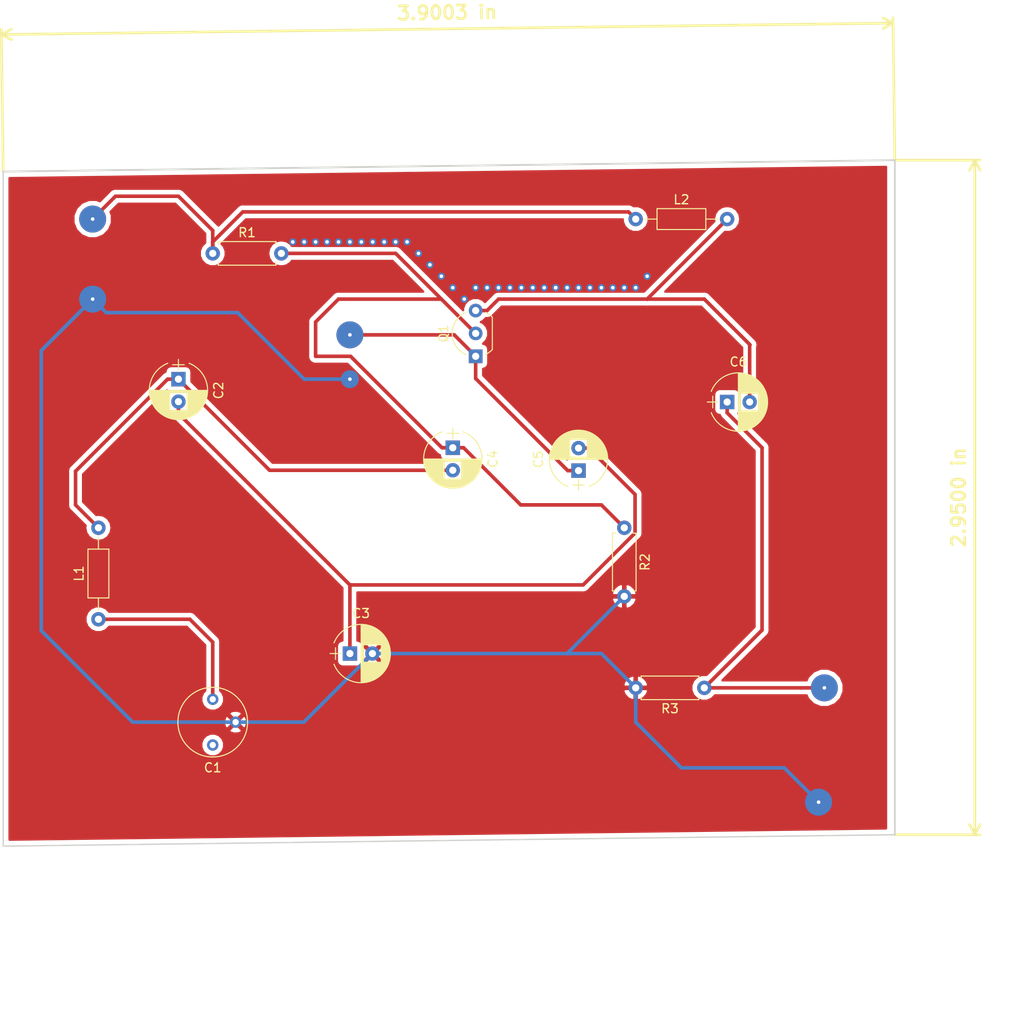
<source format=kicad_pcb>
(kicad_pcb (version 20171130) (host pcbnew "(5.0.1)-4")

  (general
    (thickness 1.6)
    (drawings 7)
    (tracks 115)
    (zones 0)
    (modules 12)
    (nets 10)
  )

  (page A4)
  (layers
    (0 F.Cu signal)
    (31 B.Cu signal)
    (32 B.Adhes user)
    (33 F.Adhes user)
    (34 B.Paste user)
    (35 F.Paste user)
    (36 B.SilkS user)
    (37 F.SilkS user)
    (38 B.Mask user)
    (39 F.Mask user)
    (40 Dwgs.User user)
    (41 Cmts.User user)
    (42 Eco1.User user)
    (43 Eco2.User user)
    (44 Edge.Cuts user)
    (45 Margin user)
    (46 B.CrtYd user)
    (47 F.CrtYd user)
    (48 B.Fab user)
    (49 F.Fab user)
  )

  (setup
    (last_trace_width 0.4)
    (trace_clearance 0.2)
    (zone_clearance 0.508)
    (zone_45_only no)
    (trace_min 0.2)
    (segment_width 0.2)
    (edge_width 0.15)
    (via_size 0.8)
    (via_drill 0.4)
    (via_min_size 0.4)
    (via_min_drill 0.3)
    (uvia_size 0.3)
    (uvia_drill 0.1)
    (uvias_allowed no)
    (uvia_min_size 0.2)
    (uvia_min_drill 0.1)
    (pcb_text_width 0.3)
    (pcb_text_size 1.5 1.5)
    (mod_edge_width 0.15)
    (mod_text_size 1 1)
    (mod_text_width 0.15)
    (pad_size 1.524 1.524)
    (pad_drill 0.762)
    (pad_to_mask_clearance 0.051)
    (solder_mask_min_width 0.25)
    (aux_axis_origin 0 0)
    (grid_origin 73.66 43.18)
    (visible_elements 7FFFFFFF)
    (pcbplotparams
      (layerselection 0x010fc_ffffffff)
      (usegerberextensions false)
      (usegerberattributes false)
      (usegerberadvancedattributes false)
      (creategerberjobfile false)
      (excludeedgelayer true)
      (linewidth 0.100000)
      (plotframeref false)
      (viasonmask false)
      (mode 1)
      (useauxorigin false)
      (hpglpennumber 1)
      (hpglpenspeed 20)
      (hpglpendiameter 15.000000)
      (psnegative false)
      (psa4output false)
      (plotreference true)
      (plotvalue true)
      (plotinvisibletext false)
      (padsonsilk false)
      (subtractmaskfromsilk false)
      (outputformat 1)
      (mirror false)
      (drillshape 1)
      (scaleselection 1)
      (outputdirectory ""))
  )

  (net 0 "")
  (net 1 "Net-(C1-Pad1)")
  (net 2 GND)
  (net 3 "Net-(C2-Pad1)")
  (net 4 "Net-(C2-Pad2)")
  (net 5 "Net-(C4-Pad1)")
  (net 6 "Net-(C5-Pad1)")
  (net 7 "Net-(C6-Pad2)")
  (net 8 "Net-(C6-Pad1)")
  (net 9 "Net-(J1-Pad1)")

  (net_class Default "Esta es la clase de red por defecto."
    (clearance 0.2)
    (trace_width 0.4)
    (via_dia 0.8)
    (via_drill 0.4)
    (uvia_dia 0.3)
    (uvia_drill 0.1)
    (add_net GND)
    (add_net "Net-(C1-Pad1)")
    (add_net "Net-(C2-Pad1)")
    (add_net "Net-(C2-Pad2)")
    (add_net "Net-(C4-Pad1)")
    (add_net "Net-(C5-Pad1)")
    (add_net "Net-(C6-Pad1)")
    (add_net "Net-(C6-Pad2)")
    (add_net "Net-(J1-Pad1)")
  )

  (module Potentiometers:Potentiometer_Trimmer_Bourns_3339P_Horizontal (layer F.Cu) (tedit 58826FD6) (tstamp 5CAE5D3D)
    (at 123.19 119.38 180)
    (descr "Potentiometer, horizontally mounted, Omeg PC16PU, Omeg PC16PU, Omeg PC16PU, Vishay/Spectrol 248GJ/249GJ Single, Vishay/Spectrol 248GJ/249GJ Single, Vishay/Spectrol 248GJ/249GJ Single, Vishay/Spectrol 248GH/249GH Single, Vishay/Spectrol 148/149 Single, Vishay/Spectrol 148/149 Single, Vishay/Spectrol 148/149 Single, Vishay/Spectrol 148A/149A Single with mounting plates, Vishay/Spectrol 148/149 Double, Vishay/Spectrol 148A/149A Double with mounting plates, Piher PC-16 Single, Piher PC-16 Single, Piher PC-16 Single, Piher PC-16SV Single, Piher PC-16 Double, Piher PC-16 Triple, Piher T16H Single, Piher T16L Single, Piher T16H Double, Alps RK163 Single, Alps RK163 Double, Alps RK097 Single, Alps RK097 Double, Bourns PTV09A-2 Single with mounting sleve Single, Bourns PTV09A-1 with mounting sleve Single, Bourns PRS11S Single, Alps RK09K Single with mounting sleve Single, Alps RK09K with mounting sleve Single, Alps RK09L Single, Alps RK09L Single, Alps RK09L Double, Alps RK09L Double, Alps RK09Y Single, Bourns 3339S Single, Bourns 3339S Single, Bourns 3339P Single, http://www.alps.com/prod/info/E/HTML/Potentiometer/RotaryPotentiometers/RK09Y11/RK09Y11L0001.html")
    (tags "Potentiometer horizontal  Omeg PC16PU  Omeg PC16PU  Omeg PC16PU  Vishay/Spectrol 248GJ/249GJ Single  Vishay/Spectrol 248GJ/249GJ Single  Vishay/Spectrol 248GJ/249GJ Single  Vishay/Spectrol 248GH/249GH Single  Vishay/Spectrol 148/149 Single  Vishay/Spectrol 148/149 Single  Vishay/Spectrol 148/149 Single  Vishay/Spectrol 148A/149A Single with mounting plates  Vishay/Spectrol 148/149 Double  Vishay/Spectrol 148A/149A Double with mounting plates  Piher PC-16 Single  Piher PC-16 Single  Piher PC-16 Single  Piher PC-16SV Single  Piher PC-16 Double  Piher PC-16 Triple  Piher T16H Single  Piher T16L Single  Piher T16H Double  Alps RK163 Single  Alps RK163 Double  Alps RK097 Single  Alps RK097 Double  Bourns PTV09A-2 Single with mounting sleve Single  Bourns PTV09A-1 with mounting sleve Single  Bourns PRS11S Single  Alps RK09K Single with mounting sleve Single  Alps RK09K with mounting sleve Single  Alps RK09L Single  Alps RK09L Single  Alps RK09L Double  Alps RK09L Double  Alps RK09Y Single  Bourns 3339S Single  Bourns 3339S Single  Bourns 3339P Single")
    (path /5CAE3851)
    (fp_text reference C1 (at 0 -7.6 180) (layer F.SilkS)
      (effects (font (size 1 1) (thickness 0.15)))
    )
    (fp_text value C_Variable (at 0 2.52 180) (layer F.Fab)
      (effects (font (size 1 1) (thickness 0.15)))
    )
    (fp_line (start 4.1 -6.6) (end -4.1 -6.6) (layer F.CrtYd) (width 0.05))
    (fp_line (start 4.1 1.55) (end 4.1 -6.6) (layer F.CrtYd) (width 0.05))
    (fp_line (start -4.1 1.55) (end 4.1 1.55) (layer F.CrtYd) (width 0.05))
    (fp_line (start -4.1 -6.6) (end -4.1 1.55) (layer F.CrtYd) (width 0.05))
    (fp_line (start 1.592 -4.435) (end -1.897 -0.949) (layer F.Fab) (width 0.1))
    (fp_line (start 1.897 -4.13) (end -1.592 -0.644) (layer F.Fab) (width 0.1))
    (fp_circle (center 0 -2.54) (end 3.87 -2.54) (layer F.SilkS) (width 0.12))
    (fp_circle (center 0 -2.54) (end 2.5 -2.54) (layer F.Fab) (width 0.1))
    (fp_circle (center 0 -2.54) (end 2.5 -2.54) (layer F.Fab) (width 0.1))
    (fp_circle (center 0 -2.54) (end 3.81 -2.54) (layer F.Fab) (width 0.1))
    (pad 1 thru_hole circle (at 0 0 180) (size 1.26 1.26) (drill 0.7) (layers *.Cu *.Mask)
      (net 1 "Net-(C1-Pad1)"))
    (pad 2 thru_hole circle (at -2.54 -2.54 180) (size 1.26 1.26) (drill 0.7) (layers *.Cu *.Mask)
      (net 2 GND))
    (pad 3 thru_hole circle (at 0 -5.08 180) (size 1.26 1.26) (drill 0.7) (layers *.Cu *.Mask))
    (model Potentiometers.3dshapes/Potentiometer_Trimmer_Bourns_3339P_Horizontal.wrl
      (at (xyz 0 0 0))
      (scale (xyz 1 1 1))
      (rotate (xyz 0 0 -90))
    )
  )

  (module Capacitors_THT:CP_Radial_D6.3mm_P2.50mm (layer F.Cu) (tedit 597BC7C2) (tstamp 5CAE5DD2)
    (at 119.38 83.82 270)
    (descr "CP, Radial series, Radial, pin pitch=2.50mm, , diameter=6.3mm, Electrolytic Capacitor")
    (tags "CP Radial series Radial pin pitch 2.50mm  diameter 6.3mm Electrolytic Capacitor")
    (path /5CAE367F)
    (fp_text reference C2 (at 1.25 -4.46 270) (layer F.SilkS)
      (effects (font (size 1 1) (thickness 0.15)))
    )
    (fp_text value C (at 1.25 4.46 270) (layer F.Fab)
      (effects (font (size 1 1) (thickness 0.15)))
    )
    (fp_arc (start 1.25 0) (end -1.767482 -1.18) (angle 137.3) (layer F.SilkS) (width 0.12))
    (fp_arc (start 1.25 0) (end -1.767482 1.18) (angle -137.3) (layer F.SilkS) (width 0.12))
    (fp_arc (start 1.25 0) (end 4.267482 -1.18) (angle 42.7) (layer F.SilkS) (width 0.12))
    (fp_circle (center 1.25 0) (end 4.4 0) (layer F.Fab) (width 0.1))
    (fp_line (start -2.2 0) (end -1 0) (layer F.Fab) (width 0.1))
    (fp_line (start -1.6 -0.65) (end -1.6 0.65) (layer F.Fab) (width 0.1))
    (fp_line (start 1.25 -3.2) (end 1.25 3.2) (layer F.SilkS) (width 0.12))
    (fp_line (start 1.29 -3.2) (end 1.29 3.2) (layer F.SilkS) (width 0.12))
    (fp_line (start 1.33 -3.2) (end 1.33 3.2) (layer F.SilkS) (width 0.12))
    (fp_line (start 1.37 -3.198) (end 1.37 3.198) (layer F.SilkS) (width 0.12))
    (fp_line (start 1.41 -3.197) (end 1.41 3.197) (layer F.SilkS) (width 0.12))
    (fp_line (start 1.45 -3.194) (end 1.45 3.194) (layer F.SilkS) (width 0.12))
    (fp_line (start 1.49 -3.192) (end 1.49 3.192) (layer F.SilkS) (width 0.12))
    (fp_line (start 1.53 -3.188) (end 1.53 -0.98) (layer F.SilkS) (width 0.12))
    (fp_line (start 1.53 0.98) (end 1.53 3.188) (layer F.SilkS) (width 0.12))
    (fp_line (start 1.57 -3.185) (end 1.57 -0.98) (layer F.SilkS) (width 0.12))
    (fp_line (start 1.57 0.98) (end 1.57 3.185) (layer F.SilkS) (width 0.12))
    (fp_line (start 1.61 -3.18) (end 1.61 -0.98) (layer F.SilkS) (width 0.12))
    (fp_line (start 1.61 0.98) (end 1.61 3.18) (layer F.SilkS) (width 0.12))
    (fp_line (start 1.65 -3.176) (end 1.65 -0.98) (layer F.SilkS) (width 0.12))
    (fp_line (start 1.65 0.98) (end 1.65 3.176) (layer F.SilkS) (width 0.12))
    (fp_line (start 1.69 -3.17) (end 1.69 -0.98) (layer F.SilkS) (width 0.12))
    (fp_line (start 1.69 0.98) (end 1.69 3.17) (layer F.SilkS) (width 0.12))
    (fp_line (start 1.73 -3.165) (end 1.73 -0.98) (layer F.SilkS) (width 0.12))
    (fp_line (start 1.73 0.98) (end 1.73 3.165) (layer F.SilkS) (width 0.12))
    (fp_line (start 1.77 -3.158) (end 1.77 -0.98) (layer F.SilkS) (width 0.12))
    (fp_line (start 1.77 0.98) (end 1.77 3.158) (layer F.SilkS) (width 0.12))
    (fp_line (start 1.81 -3.152) (end 1.81 -0.98) (layer F.SilkS) (width 0.12))
    (fp_line (start 1.81 0.98) (end 1.81 3.152) (layer F.SilkS) (width 0.12))
    (fp_line (start 1.85 -3.144) (end 1.85 -0.98) (layer F.SilkS) (width 0.12))
    (fp_line (start 1.85 0.98) (end 1.85 3.144) (layer F.SilkS) (width 0.12))
    (fp_line (start 1.89 -3.137) (end 1.89 -0.98) (layer F.SilkS) (width 0.12))
    (fp_line (start 1.89 0.98) (end 1.89 3.137) (layer F.SilkS) (width 0.12))
    (fp_line (start 1.93 -3.128) (end 1.93 -0.98) (layer F.SilkS) (width 0.12))
    (fp_line (start 1.93 0.98) (end 1.93 3.128) (layer F.SilkS) (width 0.12))
    (fp_line (start 1.971 -3.119) (end 1.971 -0.98) (layer F.SilkS) (width 0.12))
    (fp_line (start 1.971 0.98) (end 1.971 3.119) (layer F.SilkS) (width 0.12))
    (fp_line (start 2.011 -3.11) (end 2.011 -0.98) (layer F.SilkS) (width 0.12))
    (fp_line (start 2.011 0.98) (end 2.011 3.11) (layer F.SilkS) (width 0.12))
    (fp_line (start 2.051 -3.1) (end 2.051 -0.98) (layer F.SilkS) (width 0.12))
    (fp_line (start 2.051 0.98) (end 2.051 3.1) (layer F.SilkS) (width 0.12))
    (fp_line (start 2.091 -3.09) (end 2.091 -0.98) (layer F.SilkS) (width 0.12))
    (fp_line (start 2.091 0.98) (end 2.091 3.09) (layer F.SilkS) (width 0.12))
    (fp_line (start 2.131 -3.079) (end 2.131 -0.98) (layer F.SilkS) (width 0.12))
    (fp_line (start 2.131 0.98) (end 2.131 3.079) (layer F.SilkS) (width 0.12))
    (fp_line (start 2.171 -3.067) (end 2.171 -0.98) (layer F.SilkS) (width 0.12))
    (fp_line (start 2.171 0.98) (end 2.171 3.067) (layer F.SilkS) (width 0.12))
    (fp_line (start 2.211 -3.055) (end 2.211 -0.98) (layer F.SilkS) (width 0.12))
    (fp_line (start 2.211 0.98) (end 2.211 3.055) (layer F.SilkS) (width 0.12))
    (fp_line (start 2.251 -3.042) (end 2.251 -0.98) (layer F.SilkS) (width 0.12))
    (fp_line (start 2.251 0.98) (end 2.251 3.042) (layer F.SilkS) (width 0.12))
    (fp_line (start 2.291 -3.029) (end 2.291 -0.98) (layer F.SilkS) (width 0.12))
    (fp_line (start 2.291 0.98) (end 2.291 3.029) (layer F.SilkS) (width 0.12))
    (fp_line (start 2.331 -3.015) (end 2.331 -0.98) (layer F.SilkS) (width 0.12))
    (fp_line (start 2.331 0.98) (end 2.331 3.015) (layer F.SilkS) (width 0.12))
    (fp_line (start 2.371 -3.001) (end 2.371 -0.98) (layer F.SilkS) (width 0.12))
    (fp_line (start 2.371 0.98) (end 2.371 3.001) (layer F.SilkS) (width 0.12))
    (fp_line (start 2.411 -2.986) (end 2.411 -0.98) (layer F.SilkS) (width 0.12))
    (fp_line (start 2.411 0.98) (end 2.411 2.986) (layer F.SilkS) (width 0.12))
    (fp_line (start 2.451 -2.97) (end 2.451 -0.98) (layer F.SilkS) (width 0.12))
    (fp_line (start 2.451 0.98) (end 2.451 2.97) (layer F.SilkS) (width 0.12))
    (fp_line (start 2.491 -2.954) (end 2.491 -0.98) (layer F.SilkS) (width 0.12))
    (fp_line (start 2.491 0.98) (end 2.491 2.954) (layer F.SilkS) (width 0.12))
    (fp_line (start 2.531 -2.937) (end 2.531 -0.98) (layer F.SilkS) (width 0.12))
    (fp_line (start 2.531 0.98) (end 2.531 2.937) (layer F.SilkS) (width 0.12))
    (fp_line (start 2.571 -2.919) (end 2.571 -0.98) (layer F.SilkS) (width 0.12))
    (fp_line (start 2.571 0.98) (end 2.571 2.919) (layer F.SilkS) (width 0.12))
    (fp_line (start 2.611 -2.901) (end 2.611 -0.98) (layer F.SilkS) (width 0.12))
    (fp_line (start 2.611 0.98) (end 2.611 2.901) (layer F.SilkS) (width 0.12))
    (fp_line (start 2.651 -2.882) (end 2.651 -0.98) (layer F.SilkS) (width 0.12))
    (fp_line (start 2.651 0.98) (end 2.651 2.882) (layer F.SilkS) (width 0.12))
    (fp_line (start 2.691 -2.863) (end 2.691 -0.98) (layer F.SilkS) (width 0.12))
    (fp_line (start 2.691 0.98) (end 2.691 2.863) (layer F.SilkS) (width 0.12))
    (fp_line (start 2.731 -2.843) (end 2.731 -0.98) (layer F.SilkS) (width 0.12))
    (fp_line (start 2.731 0.98) (end 2.731 2.843) (layer F.SilkS) (width 0.12))
    (fp_line (start 2.771 -2.822) (end 2.771 -0.98) (layer F.SilkS) (width 0.12))
    (fp_line (start 2.771 0.98) (end 2.771 2.822) (layer F.SilkS) (width 0.12))
    (fp_line (start 2.811 -2.8) (end 2.811 -0.98) (layer F.SilkS) (width 0.12))
    (fp_line (start 2.811 0.98) (end 2.811 2.8) (layer F.SilkS) (width 0.12))
    (fp_line (start 2.851 -2.778) (end 2.851 -0.98) (layer F.SilkS) (width 0.12))
    (fp_line (start 2.851 0.98) (end 2.851 2.778) (layer F.SilkS) (width 0.12))
    (fp_line (start 2.891 -2.755) (end 2.891 -0.98) (layer F.SilkS) (width 0.12))
    (fp_line (start 2.891 0.98) (end 2.891 2.755) (layer F.SilkS) (width 0.12))
    (fp_line (start 2.931 -2.731) (end 2.931 -0.98) (layer F.SilkS) (width 0.12))
    (fp_line (start 2.931 0.98) (end 2.931 2.731) (layer F.SilkS) (width 0.12))
    (fp_line (start 2.971 -2.706) (end 2.971 -0.98) (layer F.SilkS) (width 0.12))
    (fp_line (start 2.971 0.98) (end 2.971 2.706) (layer F.SilkS) (width 0.12))
    (fp_line (start 3.011 -2.681) (end 3.011 -0.98) (layer F.SilkS) (width 0.12))
    (fp_line (start 3.011 0.98) (end 3.011 2.681) (layer F.SilkS) (width 0.12))
    (fp_line (start 3.051 -2.654) (end 3.051 -0.98) (layer F.SilkS) (width 0.12))
    (fp_line (start 3.051 0.98) (end 3.051 2.654) (layer F.SilkS) (width 0.12))
    (fp_line (start 3.091 -2.627) (end 3.091 -0.98) (layer F.SilkS) (width 0.12))
    (fp_line (start 3.091 0.98) (end 3.091 2.627) (layer F.SilkS) (width 0.12))
    (fp_line (start 3.131 -2.599) (end 3.131 -0.98) (layer F.SilkS) (width 0.12))
    (fp_line (start 3.131 0.98) (end 3.131 2.599) (layer F.SilkS) (width 0.12))
    (fp_line (start 3.171 -2.57) (end 3.171 -0.98) (layer F.SilkS) (width 0.12))
    (fp_line (start 3.171 0.98) (end 3.171 2.57) (layer F.SilkS) (width 0.12))
    (fp_line (start 3.211 -2.54) (end 3.211 -0.98) (layer F.SilkS) (width 0.12))
    (fp_line (start 3.211 0.98) (end 3.211 2.54) (layer F.SilkS) (width 0.12))
    (fp_line (start 3.251 -2.51) (end 3.251 -0.98) (layer F.SilkS) (width 0.12))
    (fp_line (start 3.251 0.98) (end 3.251 2.51) (layer F.SilkS) (width 0.12))
    (fp_line (start 3.291 -2.478) (end 3.291 -0.98) (layer F.SilkS) (width 0.12))
    (fp_line (start 3.291 0.98) (end 3.291 2.478) (layer F.SilkS) (width 0.12))
    (fp_line (start 3.331 -2.445) (end 3.331 -0.98) (layer F.SilkS) (width 0.12))
    (fp_line (start 3.331 0.98) (end 3.331 2.445) (layer F.SilkS) (width 0.12))
    (fp_line (start 3.371 -2.411) (end 3.371 -0.98) (layer F.SilkS) (width 0.12))
    (fp_line (start 3.371 0.98) (end 3.371 2.411) (layer F.SilkS) (width 0.12))
    (fp_line (start 3.411 -2.375) (end 3.411 -0.98) (layer F.SilkS) (width 0.12))
    (fp_line (start 3.411 0.98) (end 3.411 2.375) (layer F.SilkS) (width 0.12))
    (fp_line (start 3.451 -2.339) (end 3.451 -0.98) (layer F.SilkS) (width 0.12))
    (fp_line (start 3.451 0.98) (end 3.451 2.339) (layer F.SilkS) (width 0.12))
    (fp_line (start 3.491 -2.301) (end 3.491 2.301) (layer F.SilkS) (width 0.12))
    (fp_line (start 3.531 -2.262) (end 3.531 2.262) (layer F.SilkS) (width 0.12))
    (fp_line (start 3.571 -2.222) (end 3.571 2.222) (layer F.SilkS) (width 0.12))
    (fp_line (start 3.611 -2.18) (end 3.611 2.18) (layer F.SilkS) (width 0.12))
    (fp_line (start 3.651 -2.137) (end 3.651 2.137) (layer F.SilkS) (width 0.12))
    (fp_line (start 3.691 -2.092) (end 3.691 2.092) (layer F.SilkS) (width 0.12))
    (fp_line (start 3.731 -2.045) (end 3.731 2.045) (layer F.SilkS) (width 0.12))
    (fp_line (start 3.771 -1.997) (end 3.771 1.997) (layer F.SilkS) (width 0.12))
    (fp_line (start 3.811 -1.946) (end 3.811 1.946) (layer F.SilkS) (width 0.12))
    (fp_line (start 3.851 -1.894) (end 3.851 1.894) (layer F.SilkS) (width 0.12))
    (fp_line (start 3.891 -1.839) (end 3.891 1.839) (layer F.SilkS) (width 0.12))
    (fp_line (start 3.931 -1.781) (end 3.931 1.781) (layer F.SilkS) (width 0.12))
    (fp_line (start 3.971 -1.721) (end 3.971 1.721) (layer F.SilkS) (width 0.12))
    (fp_line (start 4.011 -1.658) (end 4.011 1.658) (layer F.SilkS) (width 0.12))
    (fp_line (start 4.051 -1.591) (end 4.051 1.591) (layer F.SilkS) (width 0.12))
    (fp_line (start 4.091 -1.52) (end 4.091 1.52) (layer F.SilkS) (width 0.12))
    (fp_line (start 4.131 -1.445) (end 4.131 1.445) (layer F.SilkS) (width 0.12))
    (fp_line (start 4.171 -1.364) (end 4.171 1.364) (layer F.SilkS) (width 0.12))
    (fp_line (start 4.211 -1.278) (end 4.211 1.278) (layer F.SilkS) (width 0.12))
    (fp_line (start 4.251 -1.184) (end 4.251 1.184) (layer F.SilkS) (width 0.12))
    (fp_line (start 4.291 -1.081) (end 4.291 1.081) (layer F.SilkS) (width 0.12))
    (fp_line (start 4.331 -0.966) (end 4.331 0.966) (layer F.SilkS) (width 0.12))
    (fp_line (start 4.371 -0.834) (end 4.371 0.834) (layer F.SilkS) (width 0.12))
    (fp_line (start 4.411 -0.676) (end 4.411 0.676) (layer F.SilkS) (width 0.12))
    (fp_line (start 4.451 -0.468) (end 4.451 0.468) (layer F.SilkS) (width 0.12))
    (fp_line (start -2.2 0) (end -1 0) (layer F.SilkS) (width 0.12))
    (fp_line (start -1.6 -0.65) (end -1.6 0.65) (layer F.SilkS) (width 0.12))
    (fp_line (start -2.25 -3.5) (end -2.25 3.5) (layer F.CrtYd) (width 0.05))
    (fp_line (start -2.25 3.5) (end 4.75 3.5) (layer F.CrtYd) (width 0.05))
    (fp_line (start 4.75 3.5) (end 4.75 -3.5) (layer F.CrtYd) (width 0.05))
    (fp_line (start 4.75 -3.5) (end -2.25 -3.5) (layer F.CrtYd) (width 0.05))
    (fp_text user %R (at 1.25 0 270) (layer F.Fab)
      (effects (font (size 1 1) (thickness 0.15)))
    )
    (pad 1 thru_hole rect (at 0 0 270) (size 1.6 1.6) (drill 0.8) (layers *.Cu *.Mask)
      (net 3 "Net-(C2-Pad1)"))
    (pad 2 thru_hole circle (at 2.5 0 270) (size 1.6 1.6) (drill 0.8) (layers *.Cu *.Mask)
      (net 4 "Net-(C2-Pad2)"))
    (model ${KISYS3DMOD}/Capacitors_THT.3dshapes/CP_Radial_D6.3mm_P2.50mm.wrl
      (at (xyz 0 0 0))
      (scale (xyz 1 1 1))
      (rotate (xyz 0 0 0))
    )
  )

  (module Capacitors_THT:CP_Radial_D6.3mm_P2.50mm (layer F.Cu) (tedit 597BC7C2) (tstamp 5CAE5E67)
    (at 138.43 114.3)
    (descr "CP, Radial series, Radial, pin pitch=2.50mm, , diameter=6.3mm, Electrolytic Capacitor")
    (tags "CP Radial series Radial pin pitch 2.50mm  diameter 6.3mm Electrolytic Capacitor")
    (path /5CAE371D)
    (fp_text reference C3 (at 1.25 -4.46) (layer F.SilkS)
      (effects (font (size 1 1) (thickness 0.15)))
    )
    (fp_text value C (at 1.25 4.46) (layer F.Fab)
      (effects (font (size 1 1) (thickness 0.15)))
    )
    (fp_arc (start 1.25 0) (end -1.767482 -1.18) (angle 137.3) (layer F.SilkS) (width 0.12))
    (fp_arc (start 1.25 0) (end -1.767482 1.18) (angle -137.3) (layer F.SilkS) (width 0.12))
    (fp_arc (start 1.25 0) (end 4.267482 -1.18) (angle 42.7) (layer F.SilkS) (width 0.12))
    (fp_circle (center 1.25 0) (end 4.4 0) (layer F.Fab) (width 0.1))
    (fp_line (start -2.2 0) (end -1 0) (layer F.Fab) (width 0.1))
    (fp_line (start -1.6 -0.65) (end -1.6 0.65) (layer F.Fab) (width 0.1))
    (fp_line (start 1.25 -3.2) (end 1.25 3.2) (layer F.SilkS) (width 0.12))
    (fp_line (start 1.29 -3.2) (end 1.29 3.2) (layer F.SilkS) (width 0.12))
    (fp_line (start 1.33 -3.2) (end 1.33 3.2) (layer F.SilkS) (width 0.12))
    (fp_line (start 1.37 -3.198) (end 1.37 3.198) (layer F.SilkS) (width 0.12))
    (fp_line (start 1.41 -3.197) (end 1.41 3.197) (layer F.SilkS) (width 0.12))
    (fp_line (start 1.45 -3.194) (end 1.45 3.194) (layer F.SilkS) (width 0.12))
    (fp_line (start 1.49 -3.192) (end 1.49 3.192) (layer F.SilkS) (width 0.12))
    (fp_line (start 1.53 -3.188) (end 1.53 -0.98) (layer F.SilkS) (width 0.12))
    (fp_line (start 1.53 0.98) (end 1.53 3.188) (layer F.SilkS) (width 0.12))
    (fp_line (start 1.57 -3.185) (end 1.57 -0.98) (layer F.SilkS) (width 0.12))
    (fp_line (start 1.57 0.98) (end 1.57 3.185) (layer F.SilkS) (width 0.12))
    (fp_line (start 1.61 -3.18) (end 1.61 -0.98) (layer F.SilkS) (width 0.12))
    (fp_line (start 1.61 0.98) (end 1.61 3.18) (layer F.SilkS) (width 0.12))
    (fp_line (start 1.65 -3.176) (end 1.65 -0.98) (layer F.SilkS) (width 0.12))
    (fp_line (start 1.65 0.98) (end 1.65 3.176) (layer F.SilkS) (width 0.12))
    (fp_line (start 1.69 -3.17) (end 1.69 -0.98) (layer F.SilkS) (width 0.12))
    (fp_line (start 1.69 0.98) (end 1.69 3.17) (layer F.SilkS) (width 0.12))
    (fp_line (start 1.73 -3.165) (end 1.73 -0.98) (layer F.SilkS) (width 0.12))
    (fp_line (start 1.73 0.98) (end 1.73 3.165) (layer F.SilkS) (width 0.12))
    (fp_line (start 1.77 -3.158) (end 1.77 -0.98) (layer F.SilkS) (width 0.12))
    (fp_line (start 1.77 0.98) (end 1.77 3.158) (layer F.SilkS) (width 0.12))
    (fp_line (start 1.81 -3.152) (end 1.81 -0.98) (layer F.SilkS) (width 0.12))
    (fp_line (start 1.81 0.98) (end 1.81 3.152) (layer F.SilkS) (width 0.12))
    (fp_line (start 1.85 -3.144) (end 1.85 -0.98) (layer F.SilkS) (width 0.12))
    (fp_line (start 1.85 0.98) (end 1.85 3.144) (layer F.SilkS) (width 0.12))
    (fp_line (start 1.89 -3.137) (end 1.89 -0.98) (layer F.SilkS) (width 0.12))
    (fp_line (start 1.89 0.98) (end 1.89 3.137) (layer F.SilkS) (width 0.12))
    (fp_line (start 1.93 -3.128) (end 1.93 -0.98) (layer F.SilkS) (width 0.12))
    (fp_line (start 1.93 0.98) (end 1.93 3.128) (layer F.SilkS) (width 0.12))
    (fp_line (start 1.971 -3.119) (end 1.971 -0.98) (layer F.SilkS) (width 0.12))
    (fp_line (start 1.971 0.98) (end 1.971 3.119) (layer F.SilkS) (width 0.12))
    (fp_line (start 2.011 -3.11) (end 2.011 -0.98) (layer F.SilkS) (width 0.12))
    (fp_line (start 2.011 0.98) (end 2.011 3.11) (layer F.SilkS) (width 0.12))
    (fp_line (start 2.051 -3.1) (end 2.051 -0.98) (layer F.SilkS) (width 0.12))
    (fp_line (start 2.051 0.98) (end 2.051 3.1) (layer F.SilkS) (width 0.12))
    (fp_line (start 2.091 -3.09) (end 2.091 -0.98) (layer F.SilkS) (width 0.12))
    (fp_line (start 2.091 0.98) (end 2.091 3.09) (layer F.SilkS) (width 0.12))
    (fp_line (start 2.131 -3.079) (end 2.131 -0.98) (layer F.SilkS) (width 0.12))
    (fp_line (start 2.131 0.98) (end 2.131 3.079) (layer F.SilkS) (width 0.12))
    (fp_line (start 2.171 -3.067) (end 2.171 -0.98) (layer F.SilkS) (width 0.12))
    (fp_line (start 2.171 0.98) (end 2.171 3.067) (layer F.SilkS) (width 0.12))
    (fp_line (start 2.211 -3.055) (end 2.211 -0.98) (layer F.SilkS) (width 0.12))
    (fp_line (start 2.211 0.98) (end 2.211 3.055) (layer F.SilkS) (width 0.12))
    (fp_line (start 2.251 -3.042) (end 2.251 -0.98) (layer F.SilkS) (width 0.12))
    (fp_line (start 2.251 0.98) (end 2.251 3.042) (layer F.SilkS) (width 0.12))
    (fp_line (start 2.291 -3.029) (end 2.291 -0.98) (layer F.SilkS) (width 0.12))
    (fp_line (start 2.291 0.98) (end 2.291 3.029) (layer F.SilkS) (width 0.12))
    (fp_line (start 2.331 -3.015) (end 2.331 -0.98) (layer F.SilkS) (width 0.12))
    (fp_line (start 2.331 0.98) (end 2.331 3.015) (layer F.SilkS) (width 0.12))
    (fp_line (start 2.371 -3.001) (end 2.371 -0.98) (layer F.SilkS) (width 0.12))
    (fp_line (start 2.371 0.98) (end 2.371 3.001) (layer F.SilkS) (width 0.12))
    (fp_line (start 2.411 -2.986) (end 2.411 -0.98) (layer F.SilkS) (width 0.12))
    (fp_line (start 2.411 0.98) (end 2.411 2.986) (layer F.SilkS) (width 0.12))
    (fp_line (start 2.451 -2.97) (end 2.451 -0.98) (layer F.SilkS) (width 0.12))
    (fp_line (start 2.451 0.98) (end 2.451 2.97) (layer F.SilkS) (width 0.12))
    (fp_line (start 2.491 -2.954) (end 2.491 -0.98) (layer F.SilkS) (width 0.12))
    (fp_line (start 2.491 0.98) (end 2.491 2.954) (layer F.SilkS) (width 0.12))
    (fp_line (start 2.531 -2.937) (end 2.531 -0.98) (layer F.SilkS) (width 0.12))
    (fp_line (start 2.531 0.98) (end 2.531 2.937) (layer F.SilkS) (width 0.12))
    (fp_line (start 2.571 -2.919) (end 2.571 -0.98) (layer F.SilkS) (width 0.12))
    (fp_line (start 2.571 0.98) (end 2.571 2.919) (layer F.SilkS) (width 0.12))
    (fp_line (start 2.611 -2.901) (end 2.611 -0.98) (layer F.SilkS) (width 0.12))
    (fp_line (start 2.611 0.98) (end 2.611 2.901) (layer F.SilkS) (width 0.12))
    (fp_line (start 2.651 -2.882) (end 2.651 -0.98) (layer F.SilkS) (width 0.12))
    (fp_line (start 2.651 0.98) (end 2.651 2.882) (layer F.SilkS) (width 0.12))
    (fp_line (start 2.691 -2.863) (end 2.691 -0.98) (layer F.SilkS) (width 0.12))
    (fp_line (start 2.691 0.98) (end 2.691 2.863) (layer F.SilkS) (width 0.12))
    (fp_line (start 2.731 -2.843) (end 2.731 -0.98) (layer F.SilkS) (width 0.12))
    (fp_line (start 2.731 0.98) (end 2.731 2.843) (layer F.SilkS) (width 0.12))
    (fp_line (start 2.771 -2.822) (end 2.771 -0.98) (layer F.SilkS) (width 0.12))
    (fp_line (start 2.771 0.98) (end 2.771 2.822) (layer F.SilkS) (width 0.12))
    (fp_line (start 2.811 -2.8) (end 2.811 -0.98) (layer F.SilkS) (width 0.12))
    (fp_line (start 2.811 0.98) (end 2.811 2.8) (layer F.SilkS) (width 0.12))
    (fp_line (start 2.851 -2.778) (end 2.851 -0.98) (layer F.SilkS) (width 0.12))
    (fp_line (start 2.851 0.98) (end 2.851 2.778) (layer F.SilkS) (width 0.12))
    (fp_line (start 2.891 -2.755) (end 2.891 -0.98) (layer F.SilkS) (width 0.12))
    (fp_line (start 2.891 0.98) (end 2.891 2.755) (layer F.SilkS) (width 0.12))
    (fp_line (start 2.931 -2.731) (end 2.931 -0.98) (layer F.SilkS) (width 0.12))
    (fp_line (start 2.931 0.98) (end 2.931 2.731) (layer F.SilkS) (width 0.12))
    (fp_line (start 2.971 -2.706) (end 2.971 -0.98) (layer F.SilkS) (width 0.12))
    (fp_line (start 2.971 0.98) (end 2.971 2.706) (layer F.SilkS) (width 0.12))
    (fp_line (start 3.011 -2.681) (end 3.011 -0.98) (layer F.SilkS) (width 0.12))
    (fp_line (start 3.011 0.98) (end 3.011 2.681) (layer F.SilkS) (width 0.12))
    (fp_line (start 3.051 -2.654) (end 3.051 -0.98) (layer F.SilkS) (width 0.12))
    (fp_line (start 3.051 0.98) (end 3.051 2.654) (layer F.SilkS) (width 0.12))
    (fp_line (start 3.091 -2.627) (end 3.091 -0.98) (layer F.SilkS) (width 0.12))
    (fp_line (start 3.091 0.98) (end 3.091 2.627) (layer F.SilkS) (width 0.12))
    (fp_line (start 3.131 -2.599) (end 3.131 -0.98) (layer F.SilkS) (width 0.12))
    (fp_line (start 3.131 0.98) (end 3.131 2.599) (layer F.SilkS) (width 0.12))
    (fp_line (start 3.171 -2.57) (end 3.171 -0.98) (layer F.SilkS) (width 0.12))
    (fp_line (start 3.171 0.98) (end 3.171 2.57) (layer F.SilkS) (width 0.12))
    (fp_line (start 3.211 -2.54) (end 3.211 -0.98) (layer F.SilkS) (width 0.12))
    (fp_line (start 3.211 0.98) (end 3.211 2.54) (layer F.SilkS) (width 0.12))
    (fp_line (start 3.251 -2.51) (end 3.251 -0.98) (layer F.SilkS) (width 0.12))
    (fp_line (start 3.251 0.98) (end 3.251 2.51) (layer F.SilkS) (width 0.12))
    (fp_line (start 3.291 -2.478) (end 3.291 -0.98) (layer F.SilkS) (width 0.12))
    (fp_line (start 3.291 0.98) (end 3.291 2.478) (layer F.SilkS) (width 0.12))
    (fp_line (start 3.331 -2.445) (end 3.331 -0.98) (layer F.SilkS) (width 0.12))
    (fp_line (start 3.331 0.98) (end 3.331 2.445) (layer F.SilkS) (width 0.12))
    (fp_line (start 3.371 -2.411) (end 3.371 -0.98) (layer F.SilkS) (width 0.12))
    (fp_line (start 3.371 0.98) (end 3.371 2.411) (layer F.SilkS) (width 0.12))
    (fp_line (start 3.411 -2.375) (end 3.411 -0.98) (layer F.SilkS) (width 0.12))
    (fp_line (start 3.411 0.98) (end 3.411 2.375) (layer F.SilkS) (width 0.12))
    (fp_line (start 3.451 -2.339) (end 3.451 -0.98) (layer F.SilkS) (width 0.12))
    (fp_line (start 3.451 0.98) (end 3.451 2.339) (layer F.SilkS) (width 0.12))
    (fp_line (start 3.491 -2.301) (end 3.491 2.301) (layer F.SilkS) (width 0.12))
    (fp_line (start 3.531 -2.262) (end 3.531 2.262) (layer F.SilkS) (width 0.12))
    (fp_line (start 3.571 -2.222) (end 3.571 2.222) (layer F.SilkS) (width 0.12))
    (fp_line (start 3.611 -2.18) (end 3.611 2.18) (layer F.SilkS) (width 0.12))
    (fp_line (start 3.651 -2.137) (end 3.651 2.137) (layer F.SilkS) (width 0.12))
    (fp_line (start 3.691 -2.092) (end 3.691 2.092) (layer F.SilkS) (width 0.12))
    (fp_line (start 3.731 -2.045) (end 3.731 2.045) (layer F.SilkS) (width 0.12))
    (fp_line (start 3.771 -1.997) (end 3.771 1.997) (layer F.SilkS) (width 0.12))
    (fp_line (start 3.811 -1.946) (end 3.811 1.946) (layer F.SilkS) (width 0.12))
    (fp_line (start 3.851 -1.894) (end 3.851 1.894) (layer F.SilkS) (width 0.12))
    (fp_line (start 3.891 -1.839) (end 3.891 1.839) (layer F.SilkS) (width 0.12))
    (fp_line (start 3.931 -1.781) (end 3.931 1.781) (layer F.SilkS) (width 0.12))
    (fp_line (start 3.971 -1.721) (end 3.971 1.721) (layer F.SilkS) (width 0.12))
    (fp_line (start 4.011 -1.658) (end 4.011 1.658) (layer F.SilkS) (width 0.12))
    (fp_line (start 4.051 -1.591) (end 4.051 1.591) (layer F.SilkS) (width 0.12))
    (fp_line (start 4.091 -1.52) (end 4.091 1.52) (layer F.SilkS) (width 0.12))
    (fp_line (start 4.131 -1.445) (end 4.131 1.445) (layer F.SilkS) (width 0.12))
    (fp_line (start 4.171 -1.364) (end 4.171 1.364) (layer F.SilkS) (width 0.12))
    (fp_line (start 4.211 -1.278) (end 4.211 1.278) (layer F.SilkS) (width 0.12))
    (fp_line (start 4.251 -1.184) (end 4.251 1.184) (layer F.SilkS) (width 0.12))
    (fp_line (start 4.291 -1.081) (end 4.291 1.081) (layer F.SilkS) (width 0.12))
    (fp_line (start 4.331 -0.966) (end 4.331 0.966) (layer F.SilkS) (width 0.12))
    (fp_line (start 4.371 -0.834) (end 4.371 0.834) (layer F.SilkS) (width 0.12))
    (fp_line (start 4.411 -0.676) (end 4.411 0.676) (layer F.SilkS) (width 0.12))
    (fp_line (start 4.451 -0.468) (end 4.451 0.468) (layer F.SilkS) (width 0.12))
    (fp_line (start -2.2 0) (end -1 0) (layer F.SilkS) (width 0.12))
    (fp_line (start -1.6 -0.65) (end -1.6 0.65) (layer F.SilkS) (width 0.12))
    (fp_line (start -2.25 -3.5) (end -2.25 3.5) (layer F.CrtYd) (width 0.05))
    (fp_line (start -2.25 3.5) (end 4.75 3.5) (layer F.CrtYd) (width 0.05))
    (fp_line (start 4.75 3.5) (end 4.75 -3.5) (layer F.CrtYd) (width 0.05))
    (fp_line (start 4.75 -3.5) (end -2.25 -3.5) (layer F.CrtYd) (width 0.05))
    (fp_text user %R (at 1.25 0) (layer F.Fab)
      (effects (font (size 1 1) (thickness 0.15)))
    )
    (pad 1 thru_hole rect (at 0 0) (size 1.6 1.6) (drill 0.8) (layers *.Cu *.Mask)
      (net 4 "Net-(C2-Pad2)"))
    (pad 2 thru_hole circle (at 2.5 0) (size 1.6 1.6) (drill 0.8) (layers *.Cu *.Mask)
      (net 2 GND))
    (model ${KISYS3DMOD}/Capacitors_THT.3dshapes/CP_Radial_D6.3mm_P2.50mm.wrl
      (at (xyz 0 0 0))
      (scale (xyz 1 1 1))
      (rotate (xyz 0 0 0))
    )
  )

  (module Capacitors_THT:CP_Radial_D6.3mm_P2.50mm (layer F.Cu) (tedit 597BC7C2) (tstamp 5CAE5EFC)
    (at 149.86 91.44 270)
    (descr "CP, Radial series, Radial, pin pitch=2.50mm, , diameter=6.3mm, Electrolytic Capacitor")
    (tags "CP Radial series Radial pin pitch 2.50mm  diameter 6.3mm Electrolytic Capacitor")
    (path /5CAE3617)
    (fp_text reference C4 (at 1.25 -4.46 270) (layer F.SilkS)
      (effects (font (size 1 1) (thickness 0.15)))
    )
    (fp_text value C (at 1.25 4.46 270) (layer F.Fab)
      (effects (font (size 1 1) (thickness 0.15)))
    )
    (fp_text user %R (at 1.25 0 270) (layer F.Fab)
      (effects (font (size 1 1) (thickness 0.15)))
    )
    (fp_line (start 4.75 -3.5) (end -2.25 -3.5) (layer F.CrtYd) (width 0.05))
    (fp_line (start 4.75 3.5) (end 4.75 -3.5) (layer F.CrtYd) (width 0.05))
    (fp_line (start -2.25 3.5) (end 4.75 3.5) (layer F.CrtYd) (width 0.05))
    (fp_line (start -2.25 -3.5) (end -2.25 3.5) (layer F.CrtYd) (width 0.05))
    (fp_line (start -1.6 -0.65) (end -1.6 0.65) (layer F.SilkS) (width 0.12))
    (fp_line (start -2.2 0) (end -1 0) (layer F.SilkS) (width 0.12))
    (fp_line (start 4.451 -0.468) (end 4.451 0.468) (layer F.SilkS) (width 0.12))
    (fp_line (start 4.411 -0.676) (end 4.411 0.676) (layer F.SilkS) (width 0.12))
    (fp_line (start 4.371 -0.834) (end 4.371 0.834) (layer F.SilkS) (width 0.12))
    (fp_line (start 4.331 -0.966) (end 4.331 0.966) (layer F.SilkS) (width 0.12))
    (fp_line (start 4.291 -1.081) (end 4.291 1.081) (layer F.SilkS) (width 0.12))
    (fp_line (start 4.251 -1.184) (end 4.251 1.184) (layer F.SilkS) (width 0.12))
    (fp_line (start 4.211 -1.278) (end 4.211 1.278) (layer F.SilkS) (width 0.12))
    (fp_line (start 4.171 -1.364) (end 4.171 1.364) (layer F.SilkS) (width 0.12))
    (fp_line (start 4.131 -1.445) (end 4.131 1.445) (layer F.SilkS) (width 0.12))
    (fp_line (start 4.091 -1.52) (end 4.091 1.52) (layer F.SilkS) (width 0.12))
    (fp_line (start 4.051 -1.591) (end 4.051 1.591) (layer F.SilkS) (width 0.12))
    (fp_line (start 4.011 -1.658) (end 4.011 1.658) (layer F.SilkS) (width 0.12))
    (fp_line (start 3.971 -1.721) (end 3.971 1.721) (layer F.SilkS) (width 0.12))
    (fp_line (start 3.931 -1.781) (end 3.931 1.781) (layer F.SilkS) (width 0.12))
    (fp_line (start 3.891 -1.839) (end 3.891 1.839) (layer F.SilkS) (width 0.12))
    (fp_line (start 3.851 -1.894) (end 3.851 1.894) (layer F.SilkS) (width 0.12))
    (fp_line (start 3.811 -1.946) (end 3.811 1.946) (layer F.SilkS) (width 0.12))
    (fp_line (start 3.771 -1.997) (end 3.771 1.997) (layer F.SilkS) (width 0.12))
    (fp_line (start 3.731 -2.045) (end 3.731 2.045) (layer F.SilkS) (width 0.12))
    (fp_line (start 3.691 -2.092) (end 3.691 2.092) (layer F.SilkS) (width 0.12))
    (fp_line (start 3.651 -2.137) (end 3.651 2.137) (layer F.SilkS) (width 0.12))
    (fp_line (start 3.611 -2.18) (end 3.611 2.18) (layer F.SilkS) (width 0.12))
    (fp_line (start 3.571 -2.222) (end 3.571 2.222) (layer F.SilkS) (width 0.12))
    (fp_line (start 3.531 -2.262) (end 3.531 2.262) (layer F.SilkS) (width 0.12))
    (fp_line (start 3.491 -2.301) (end 3.491 2.301) (layer F.SilkS) (width 0.12))
    (fp_line (start 3.451 0.98) (end 3.451 2.339) (layer F.SilkS) (width 0.12))
    (fp_line (start 3.451 -2.339) (end 3.451 -0.98) (layer F.SilkS) (width 0.12))
    (fp_line (start 3.411 0.98) (end 3.411 2.375) (layer F.SilkS) (width 0.12))
    (fp_line (start 3.411 -2.375) (end 3.411 -0.98) (layer F.SilkS) (width 0.12))
    (fp_line (start 3.371 0.98) (end 3.371 2.411) (layer F.SilkS) (width 0.12))
    (fp_line (start 3.371 -2.411) (end 3.371 -0.98) (layer F.SilkS) (width 0.12))
    (fp_line (start 3.331 0.98) (end 3.331 2.445) (layer F.SilkS) (width 0.12))
    (fp_line (start 3.331 -2.445) (end 3.331 -0.98) (layer F.SilkS) (width 0.12))
    (fp_line (start 3.291 0.98) (end 3.291 2.478) (layer F.SilkS) (width 0.12))
    (fp_line (start 3.291 -2.478) (end 3.291 -0.98) (layer F.SilkS) (width 0.12))
    (fp_line (start 3.251 0.98) (end 3.251 2.51) (layer F.SilkS) (width 0.12))
    (fp_line (start 3.251 -2.51) (end 3.251 -0.98) (layer F.SilkS) (width 0.12))
    (fp_line (start 3.211 0.98) (end 3.211 2.54) (layer F.SilkS) (width 0.12))
    (fp_line (start 3.211 -2.54) (end 3.211 -0.98) (layer F.SilkS) (width 0.12))
    (fp_line (start 3.171 0.98) (end 3.171 2.57) (layer F.SilkS) (width 0.12))
    (fp_line (start 3.171 -2.57) (end 3.171 -0.98) (layer F.SilkS) (width 0.12))
    (fp_line (start 3.131 0.98) (end 3.131 2.599) (layer F.SilkS) (width 0.12))
    (fp_line (start 3.131 -2.599) (end 3.131 -0.98) (layer F.SilkS) (width 0.12))
    (fp_line (start 3.091 0.98) (end 3.091 2.627) (layer F.SilkS) (width 0.12))
    (fp_line (start 3.091 -2.627) (end 3.091 -0.98) (layer F.SilkS) (width 0.12))
    (fp_line (start 3.051 0.98) (end 3.051 2.654) (layer F.SilkS) (width 0.12))
    (fp_line (start 3.051 -2.654) (end 3.051 -0.98) (layer F.SilkS) (width 0.12))
    (fp_line (start 3.011 0.98) (end 3.011 2.681) (layer F.SilkS) (width 0.12))
    (fp_line (start 3.011 -2.681) (end 3.011 -0.98) (layer F.SilkS) (width 0.12))
    (fp_line (start 2.971 0.98) (end 2.971 2.706) (layer F.SilkS) (width 0.12))
    (fp_line (start 2.971 -2.706) (end 2.971 -0.98) (layer F.SilkS) (width 0.12))
    (fp_line (start 2.931 0.98) (end 2.931 2.731) (layer F.SilkS) (width 0.12))
    (fp_line (start 2.931 -2.731) (end 2.931 -0.98) (layer F.SilkS) (width 0.12))
    (fp_line (start 2.891 0.98) (end 2.891 2.755) (layer F.SilkS) (width 0.12))
    (fp_line (start 2.891 -2.755) (end 2.891 -0.98) (layer F.SilkS) (width 0.12))
    (fp_line (start 2.851 0.98) (end 2.851 2.778) (layer F.SilkS) (width 0.12))
    (fp_line (start 2.851 -2.778) (end 2.851 -0.98) (layer F.SilkS) (width 0.12))
    (fp_line (start 2.811 0.98) (end 2.811 2.8) (layer F.SilkS) (width 0.12))
    (fp_line (start 2.811 -2.8) (end 2.811 -0.98) (layer F.SilkS) (width 0.12))
    (fp_line (start 2.771 0.98) (end 2.771 2.822) (layer F.SilkS) (width 0.12))
    (fp_line (start 2.771 -2.822) (end 2.771 -0.98) (layer F.SilkS) (width 0.12))
    (fp_line (start 2.731 0.98) (end 2.731 2.843) (layer F.SilkS) (width 0.12))
    (fp_line (start 2.731 -2.843) (end 2.731 -0.98) (layer F.SilkS) (width 0.12))
    (fp_line (start 2.691 0.98) (end 2.691 2.863) (layer F.SilkS) (width 0.12))
    (fp_line (start 2.691 -2.863) (end 2.691 -0.98) (layer F.SilkS) (width 0.12))
    (fp_line (start 2.651 0.98) (end 2.651 2.882) (layer F.SilkS) (width 0.12))
    (fp_line (start 2.651 -2.882) (end 2.651 -0.98) (layer F.SilkS) (width 0.12))
    (fp_line (start 2.611 0.98) (end 2.611 2.901) (layer F.SilkS) (width 0.12))
    (fp_line (start 2.611 -2.901) (end 2.611 -0.98) (layer F.SilkS) (width 0.12))
    (fp_line (start 2.571 0.98) (end 2.571 2.919) (layer F.SilkS) (width 0.12))
    (fp_line (start 2.571 -2.919) (end 2.571 -0.98) (layer F.SilkS) (width 0.12))
    (fp_line (start 2.531 0.98) (end 2.531 2.937) (layer F.SilkS) (width 0.12))
    (fp_line (start 2.531 -2.937) (end 2.531 -0.98) (layer F.SilkS) (width 0.12))
    (fp_line (start 2.491 0.98) (end 2.491 2.954) (layer F.SilkS) (width 0.12))
    (fp_line (start 2.491 -2.954) (end 2.491 -0.98) (layer F.SilkS) (width 0.12))
    (fp_line (start 2.451 0.98) (end 2.451 2.97) (layer F.SilkS) (width 0.12))
    (fp_line (start 2.451 -2.97) (end 2.451 -0.98) (layer F.SilkS) (width 0.12))
    (fp_line (start 2.411 0.98) (end 2.411 2.986) (layer F.SilkS) (width 0.12))
    (fp_line (start 2.411 -2.986) (end 2.411 -0.98) (layer F.SilkS) (width 0.12))
    (fp_line (start 2.371 0.98) (end 2.371 3.001) (layer F.SilkS) (width 0.12))
    (fp_line (start 2.371 -3.001) (end 2.371 -0.98) (layer F.SilkS) (width 0.12))
    (fp_line (start 2.331 0.98) (end 2.331 3.015) (layer F.SilkS) (width 0.12))
    (fp_line (start 2.331 -3.015) (end 2.331 -0.98) (layer F.SilkS) (width 0.12))
    (fp_line (start 2.291 0.98) (end 2.291 3.029) (layer F.SilkS) (width 0.12))
    (fp_line (start 2.291 -3.029) (end 2.291 -0.98) (layer F.SilkS) (width 0.12))
    (fp_line (start 2.251 0.98) (end 2.251 3.042) (layer F.SilkS) (width 0.12))
    (fp_line (start 2.251 -3.042) (end 2.251 -0.98) (layer F.SilkS) (width 0.12))
    (fp_line (start 2.211 0.98) (end 2.211 3.055) (layer F.SilkS) (width 0.12))
    (fp_line (start 2.211 -3.055) (end 2.211 -0.98) (layer F.SilkS) (width 0.12))
    (fp_line (start 2.171 0.98) (end 2.171 3.067) (layer F.SilkS) (width 0.12))
    (fp_line (start 2.171 -3.067) (end 2.171 -0.98) (layer F.SilkS) (width 0.12))
    (fp_line (start 2.131 0.98) (end 2.131 3.079) (layer F.SilkS) (width 0.12))
    (fp_line (start 2.131 -3.079) (end 2.131 -0.98) (layer F.SilkS) (width 0.12))
    (fp_line (start 2.091 0.98) (end 2.091 3.09) (layer F.SilkS) (width 0.12))
    (fp_line (start 2.091 -3.09) (end 2.091 -0.98) (layer F.SilkS) (width 0.12))
    (fp_line (start 2.051 0.98) (end 2.051 3.1) (layer F.SilkS) (width 0.12))
    (fp_line (start 2.051 -3.1) (end 2.051 -0.98) (layer F.SilkS) (width 0.12))
    (fp_line (start 2.011 0.98) (end 2.011 3.11) (layer F.SilkS) (width 0.12))
    (fp_line (start 2.011 -3.11) (end 2.011 -0.98) (layer F.SilkS) (width 0.12))
    (fp_line (start 1.971 0.98) (end 1.971 3.119) (layer F.SilkS) (width 0.12))
    (fp_line (start 1.971 -3.119) (end 1.971 -0.98) (layer F.SilkS) (width 0.12))
    (fp_line (start 1.93 0.98) (end 1.93 3.128) (layer F.SilkS) (width 0.12))
    (fp_line (start 1.93 -3.128) (end 1.93 -0.98) (layer F.SilkS) (width 0.12))
    (fp_line (start 1.89 0.98) (end 1.89 3.137) (layer F.SilkS) (width 0.12))
    (fp_line (start 1.89 -3.137) (end 1.89 -0.98) (layer F.SilkS) (width 0.12))
    (fp_line (start 1.85 0.98) (end 1.85 3.144) (layer F.SilkS) (width 0.12))
    (fp_line (start 1.85 -3.144) (end 1.85 -0.98) (layer F.SilkS) (width 0.12))
    (fp_line (start 1.81 0.98) (end 1.81 3.152) (layer F.SilkS) (width 0.12))
    (fp_line (start 1.81 -3.152) (end 1.81 -0.98) (layer F.SilkS) (width 0.12))
    (fp_line (start 1.77 0.98) (end 1.77 3.158) (layer F.SilkS) (width 0.12))
    (fp_line (start 1.77 -3.158) (end 1.77 -0.98) (layer F.SilkS) (width 0.12))
    (fp_line (start 1.73 0.98) (end 1.73 3.165) (layer F.SilkS) (width 0.12))
    (fp_line (start 1.73 -3.165) (end 1.73 -0.98) (layer F.SilkS) (width 0.12))
    (fp_line (start 1.69 0.98) (end 1.69 3.17) (layer F.SilkS) (width 0.12))
    (fp_line (start 1.69 -3.17) (end 1.69 -0.98) (layer F.SilkS) (width 0.12))
    (fp_line (start 1.65 0.98) (end 1.65 3.176) (layer F.SilkS) (width 0.12))
    (fp_line (start 1.65 -3.176) (end 1.65 -0.98) (layer F.SilkS) (width 0.12))
    (fp_line (start 1.61 0.98) (end 1.61 3.18) (layer F.SilkS) (width 0.12))
    (fp_line (start 1.61 -3.18) (end 1.61 -0.98) (layer F.SilkS) (width 0.12))
    (fp_line (start 1.57 0.98) (end 1.57 3.185) (layer F.SilkS) (width 0.12))
    (fp_line (start 1.57 -3.185) (end 1.57 -0.98) (layer F.SilkS) (width 0.12))
    (fp_line (start 1.53 0.98) (end 1.53 3.188) (layer F.SilkS) (width 0.12))
    (fp_line (start 1.53 -3.188) (end 1.53 -0.98) (layer F.SilkS) (width 0.12))
    (fp_line (start 1.49 -3.192) (end 1.49 3.192) (layer F.SilkS) (width 0.12))
    (fp_line (start 1.45 -3.194) (end 1.45 3.194) (layer F.SilkS) (width 0.12))
    (fp_line (start 1.41 -3.197) (end 1.41 3.197) (layer F.SilkS) (width 0.12))
    (fp_line (start 1.37 -3.198) (end 1.37 3.198) (layer F.SilkS) (width 0.12))
    (fp_line (start 1.33 -3.2) (end 1.33 3.2) (layer F.SilkS) (width 0.12))
    (fp_line (start 1.29 -3.2) (end 1.29 3.2) (layer F.SilkS) (width 0.12))
    (fp_line (start 1.25 -3.2) (end 1.25 3.2) (layer F.SilkS) (width 0.12))
    (fp_line (start -1.6 -0.65) (end -1.6 0.65) (layer F.Fab) (width 0.1))
    (fp_line (start -2.2 0) (end -1 0) (layer F.Fab) (width 0.1))
    (fp_circle (center 1.25 0) (end 4.4 0) (layer F.Fab) (width 0.1))
    (fp_arc (start 1.25 0) (end 4.267482 -1.18) (angle 42.7) (layer F.SilkS) (width 0.12))
    (fp_arc (start 1.25 0) (end -1.767482 1.18) (angle -137.3) (layer F.SilkS) (width 0.12))
    (fp_arc (start 1.25 0) (end -1.767482 -1.18) (angle 137.3) (layer F.SilkS) (width 0.12))
    (pad 2 thru_hole circle (at 2.5 0 270) (size 1.6 1.6) (drill 0.8) (layers *.Cu *.Mask)
      (net 3 "Net-(C2-Pad1)"))
    (pad 1 thru_hole rect (at 0 0 270) (size 1.6 1.6) (drill 0.8) (layers *.Cu *.Mask)
      (net 5 "Net-(C4-Pad1)"))
    (model ${KISYS3DMOD}/Capacitors_THT.3dshapes/CP_Radial_D6.3mm_P2.50mm.wrl
      (at (xyz 0 0 0))
      (scale (xyz 1 1 1))
      (rotate (xyz 0 0 0))
    )
  )

  (module Capacitors_THT:CP_Radial_D6.3mm_P2.50mm (layer F.Cu) (tedit 597BC7C2) (tstamp 5CAE5F91)
    (at 163.83 93.98 90)
    (descr "CP, Radial series, Radial, pin pitch=2.50mm, , diameter=6.3mm, Electrolytic Capacitor")
    (tags "CP Radial series Radial pin pitch 2.50mm  diameter 6.3mm Electrolytic Capacitor")
    (path /5CAE36C5)
    (fp_text reference C5 (at 1.25 -4.46 90) (layer F.SilkS)
      (effects (font (size 1 1) (thickness 0.15)))
    )
    (fp_text value C (at 1.25 4.46 90) (layer F.Fab)
      (effects (font (size 1 1) (thickness 0.15)))
    )
    (fp_text user %R (at 1.25 0 90) (layer F.Fab)
      (effects (font (size 1 1) (thickness 0.15)))
    )
    (fp_line (start 4.75 -3.5) (end -2.25 -3.5) (layer F.CrtYd) (width 0.05))
    (fp_line (start 4.75 3.5) (end 4.75 -3.5) (layer F.CrtYd) (width 0.05))
    (fp_line (start -2.25 3.5) (end 4.75 3.5) (layer F.CrtYd) (width 0.05))
    (fp_line (start -2.25 -3.5) (end -2.25 3.5) (layer F.CrtYd) (width 0.05))
    (fp_line (start -1.6 -0.65) (end -1.6 0.65) (layer F.SilkS) (width 0.12))
    (fp_line (start -2.2 0) (end -1 0) (layer F.SilkS) (width 0.12))
    (fp_line (start 4.451 -0.468) (end 4.451 0.468) (layer F.SilkS) (width 0.12))
    (fp_line (start 4.411 -0.676) (end 4.411 0.676) (layer F.SilkS) (width 0.12))
    (fp_line (start 4.371 -0.834) (end 4.371 0.834) (layer F.SilkS) (width 0.12))
    (fp_line (start 4.331 -0.966) (end 4.331 0.966) (layer F.SilkS) (width 0.12))
    (fp_line (start 4.291 -1.081) (end 4.291 1.081) (layer F.SilkS) (width 0.12))
    (fp_line (start 4.251 -1.184) (end 4.251 1.184) (layer F.SilkS) (width 0.12))
    (fp_line (start 4.211 -1.278) (end 4.211 1.278) (layer F.SilkS) (width 0.12))
    (fp_line (start 4.171 -1.364) (end 4.171 1.364) (layer F.SilkS) (width 0.12))
    (fp_line (start 4.131 -1.445) (end 4.131 1.445) (layer F.SilkS) (width 0.12))
    (fp_line (start 4.091 -1.52) (end 4.091 1.52) (layer F.SilkS) (width 0.12))
    (fp_line (start 4.051 -1.591) (end 4.051 1.591) (layer F.SilkS) (width 0.12))
    (fp_line (start 4.011 -1.658) (end 4.011 1.658) (layer F.SilkS) (width 0.12))
    (fp_line (start 3.971 -1.721) (end 3.971 1.721) (layer F.SilkS) (width 0.12))
    (fp_line (start 3.931 -1.781) (end 3.931 1.781) (layer F.SilkS) (width 0.12))
    (fp_line (start 3.891 -1.839) (end 3.891 1.839) (layer F.SilkS) (width 0.12))
    (fp_line (start 3.851 -1.894) (end 3.851 1.894) (layer F.SilkS) (width 0.12))
    (fp_line (start 3.811 -1.946) (end 3.811 1.946) (layer F.SilkS) (width 0.12))
    (fp_line (start 3.771 -1.997) (end 3.771 1.997) (layer F.SilkS) (width 0.12))
    (fp_line (start 3.731 -2.045) (end 3.731 2.045) (layer F.SilkS) (width 0.12))
    (fp_line (start 3.691 -2.092) (end 3.691 2.092) (layer F.SilkS) (width 0.12))
    (fp_line (start 3.651 -2.137) (end 3.651 2.137) (layer F.SilkS) (width 0.12))
    (fp_line (start 3.611 -2.18) (end 3.611 2.18) (layer F.SilkS) (width 0.12))
    (fp_line (start 3.571 -2.222) (end 3.571 2.222) (layer F.SilkS) (width 0.12))
    (fp_line (start 3.531 -2.262) (end 3.531 2.262) (layer F.SilkS) (width 0.12))
    (fp_line (start 3.491 -2.301) (end 3.491 2.301) (layer F.SilkS) (width 0.12))
    (fp_line (start 3.451 0.98) (end 3.451 2.339) (layer F.SilkS) (width 0.12))
    (fp_line (start 3.451 -2.339) (end 3.451 -0.98) (layer F.SilkS) (width 0.12))
    (fp_line (start 3.411 0.98) (end 3.411 2.375) (layer F.SilkS) (width 0.12))
    (fp_line (start 3.411 -2.375) (end 3.411 -0.98) (layer F.SilkS) (width 0.12))
    (fp_line (start 3.371 0.98) (end 3.371 2.411) (layer F.SilkS) (width 0.12))
    (fp_line (start 3.371 -2.411) (end 3.371 -0.98) (layer F.SilkS) (width 0.12))
    (fp_line (start 3.331 0.98) (end 3.331 2.445) (layer F.SilkS) (width 0.12))
    (fp_line (start 3.331 -2.445) (end 3.331 -0.98) (layer F.SilkS) (width 0.12))
    (fp_line (start 3.291 0.98) (end 3.291 2.478) (layer F.SilkS) (width 0.12))
    (fp_line (start 3.291 -2.478) (end 3.291 -0.98) (layer F.SilkS) (width 0.12))
    (fp_line (start 3.251 0.98) (end 3.251 2.51) (layer F.SilkS) (width 0.12))
    (fp_line (start 3.251 -2.51) (end 3.251 -0.98) (layer F.SilkS) (width 0.12))
    (fp_line (start 3.211 0.98) (end 3.211 2.54) (layer F.SilkS) (width 0.12))
    (fp_line (start 3.211 -2.54) (end 3.211 -0.98) (layer F.SilkS) (width 0.12))
    (fp_line (start 3.171 0.98) (end 3.171 2.57) (layer F.SilkS) (width 0.12))
    (fp_line (start 3.171 -2.57) (end 3.171 -0.98) (layer F.SilkS) (width 0.12))
    (fp_line (start 3.131 0.98) (end 3.131 2.599) (layer F.SilkS) (width 0.12))
    (fp_line (start 3.131 -2.599) (end 3.131 -0.98) (layer F.SilkS) (width 0.12))
    (fp_line (start 3.091 0.98) (end 3.091 2.627) (layer F.SilkS) (width 0.12))
    (fp_line (start 3.091 -2.627) (end 3.091 -0.98) (layer F.SilkS) (width 0.12))
    (fp_line (start 3.051 0.98) (end 3.051 2.654) (layer F.SilkS) (width 0.12))
    (fp_line (start 3.051 -2.654) (end 3.051 -0.98) (layer F.SilkS) (width 0.12))
    (fp_line (start 3.011 0.98) (end 3.011 2.681) (layer F.SilkS) (width 0.12))
    (fp_line (start 3.011 -2.681) (end 3.011 -0.98) (layer F.SilkS) (width 0.12))
    (fp_line (start 2.971 0.98) (end 2.971 2.706) (layer F.SilkS) (width 0.12))
    (fp_line (start 2.971 -2.706) (end 2.971 -0.98) (layer F.SilkS) (width 0.12))
    (fp_line (start 2.931 0.98) (end 2.931 2.731) (layer F.SilkS) (width 0.12))
    (fp_line (start 2.931 -2.731) (end 2.931 -0.98) (layer F.SilkS) (width 0.12))
    (fp_line (start 2.891 0.98) (end 2.891 2.755) (layer F.SilkS) (width 0.12))
    (fp_line (start 2.891 -2.755) (end 2.891 -0.98) (layer F.SilkS) (width 0.12))
    (fp_line (start 2.851 0.98) (end 2.851 2.778) (layer F.SilkS) (width 0.12))
    (fp_line (start 2.851 -2.778) (end 2.851 -0.98) (layer F.SilkS) (width 0.12))
    (fp_line (start 2.811 0.98) (end 2.811 2.8) (layer F.SilkS) (width 0.12))
    (fp_line (start 2.811 -2.8) (end 2.811 -0.98) (layer F.SilkS) (width 0.12))
    (fp_line (start 2.771 0.98) (end 2.771 2.822) (layer F.SilkS) (width 0.12))
    (fp_line (start 2.771 -2.822) (end 2.771 -0.98) (layer F.SilkS) (width 0.12))
    (fp_line (start 2.731 0.98) (end 2.731 2.843) (layer F.SilkS) (width 0.12))
    (fp_line (start 2.731 -2.843) (end 2.731 -0.98) (layer F.SilkS) (width 0.12))
    (fp_line (start 2.691 0.98) (end 2.691 2.863) (layer F.SilkS) (width 0.12))
    (fp_line (start 2.691 -2.863) (end 2.691 -0.98) (layer F.SilkS) (width 0.12))
    (fp_line (start 2.651 0.98) (end 2.651 2.882) (layer F.SilkS) (width 0.12))
    (fp_line (start 2.651 -2.882) (end 2.651 -0.98) (layer F.SilkS) (width 0.12))
    (fp_line (start 2.611 0.98) (end 2.611 2.901) (layer F.SilkS) (width 0.12))
    (fp_line (start 2.611 -2.901) (end 2.611 -0.98) (layer F.SilkS) (width 0.12))
    (fp_line (start 2.571 0.98) (end 2.571 2.919) (layer F.SilkS) (width 0.12))
    (fp_line (start 2.571 -2.919) (end 2.571 -0.98) (layer F.SilkS) (width 0.12))
    (fp_line (start 2.531 0.98) (end 2.531 2.937) (layer F.SilkS) (width 0.12))
    (fp_line (start 2.531 -2.937) (end 2.531 -0.98) (layer F.SilkS) (width 0.12))
    (fp_line (start 2.491 0.98) (end 2.491 2.954) (layer F.SilkS) (width 0.12))
    (fp_line (start 2.491 -2.954) (end 2.491 -0.98) (layer F.SilkS) (width 0.12))
    (fp_line (start 2.451 0.98) (end 2.451 2.97) (layer F.SilkS) (width 0.12))
    (fp_line (start 2.451 -2.97) (end 2.451 -0.98) (layer F.SilkS) (width 0.12))
    (fp_line (start 2.411 0.98) (end 2.411 2.986) (layer F.SilkS) (width 0.12))
    (fp_line (start 2.411 -2.986) (end 2.411 -0.98) (layer F.SilkS) (width 0.12))
    (fp_line (start 2.371 0.98) (end 2.371 3.001) (layer F.SilkS) (width 0.12))
    (fp_line (start 2.371 -3.001) (end 2.371 -0.98) (layer F.SilkS) (width 0.12))
    (fp_line (start 2.331 0.98) (end 2.331 3.015) (layer F.SilkS) (width 0.12))
    (fp_line (start 2.331 -3.015) (end 2.331 -0.98) (layer F.SilkS) (width 0.12))
    (fp_line (start 2.291 0.98) (end 2.291 3.029) (layer F.SilkS) (width 0.12))
    (fp_line (start 2.291 -3.029) (end 2.291 -0.98) (layer F.SilkS) (width 0.12))
    (fp_line (start 2.251 0.98) (end 2.251 3.042) (layer F.SilkS) (width 0.12))
    (fp_line (start 2.251 -3.042) (end 2.251 -0.98) (layer F.SilkS) (width 0.12))
    (fp_line (start 2.211 0.98) (end 2.211 3.055) (layer F.SilkS) (width 0.12))
    (fp_line (start 2.211 -3.055) (end 2.211 -0.98) (layer F.SilkS) (width 0.12))
    (fp_line (start 2.171 0.98) (end 2.171 3.067) (layer F.SilkS) (width 0.12))
    (fp_line (start 2.171 -3.067) (end 2.171 -0.98) (layer F.SilkS) (width 0.12))
    (fp_line (start 2.131 0.98) (end 2.131 3.079) (layer F.SilkS) (width 0.12))
    (fp_line (start 2.131 -3.079) (end 2.131 -0.98) (layer F.SilkS) (width 0.12))
    (fp_line (start 2.091 0.98) (end 2.091 3.09) (layer F.SilkS) (width 0.12))
    (fp_line (start 2.091 -3.09) (end 2.091 -0.98) (layer F.SilkS) (width 0.12))
    (fp_line (start 2.051 0.98) (end 2.051 3.1) (layer F.SilkS) (width 0.12))
    (fp_line (start 2.051 -3.1) (end 2.051 -0.98) (layer F.SilkS) (width 0.12))
    (fp_line (start 2.011 0.98) (end 2.011 3.11) (layer F.SilkS) (width 0.12))
    (fp_line (start 2.011 -3.11) (end 2.011 -0.98) (layer F.SilkS) (width 0.12))
    (fp_line (start 1.971 0.98) (end 1.971 3.119) (layer F.SilkS) (width 0.12))
    (fp_line (start 1.971 -3.119) (end 1.971 -0.98) (layer F.SilkS) (width 0.12))
    (fp_line (start 1.93 0.98) (end 1.93 3.128) (layer F.SilkS) (width 0.12))
    (fp_line (start 1.93 -3.128) (end 1.93 -0.98) (layer F.SilkS) (width 0.12))
    (fp_line (start 1.89 0.98) (end 1.89 3.137) (layer F.SilkS) (width 0.12))
    (fp_line (start 1.89 -3.137) (end 1.89 -0.98) (layer F.SilkS) (width 0.12))
    (fp_line (start 1.85 0.98) (end 1.85 3.144) (layer F.SilkS) (width 0.12))
    (fp_line (start 1.85 -3.144) (end 1.85 -0.98) (layer F.SilkS) (width 0.12))
    (fp_line (start 1.81 0.98) (end 1.81 3.152) (layer F.SilkS) (width 0.12))
    (fp_line (start 1.81 -3.152) (end 1.81 -0.98) (layer F.SilkS) (width 0.12))
    (fp_line (start 1.77 0.98) (end 1.77 3.158) (layer F.SilkS) (width 0.12))
    (fp_line (start 1.77 -3.158) (end 1.77 -0.98) (layer F.SilkS) (width 0.12))
    (fp_line (start 1.73 0.98) (end 1.73 3.165) (layer F.SilkS) (width 0.12))
    (fp_line (start 1.73 -3.165) (end 1.73 -0.98) (layer F.SilkS) (width 0.12))
    (fp_line (start 1.69 0.98) (end 1.69 3.17) (layer F.SilkS) (width 0.12))
    (fp_line (start 1.69 -3.17) (end 1.69 -0.98) (layer F.SilkS) (width 0.12))
    (fp_line (start 1.65 0.98) (end 1.65 3.176) (layer F.SilkS) (width 0.12))
    (fp_line (start 1.65 -3.176) (end 1.65 -0.98) (layer F.SilkS) (width 0.12))
    (fp_line (start 1.61 0.98) (end 1.61 3.18) (layer F.SilkS) (width 0.12))
    (fp_line (start 1.61 -3.18) (end 1.61 -0.98) (layer F.SilkS) (width 0.12))
    (fp_line (start 1.57 0.98) (end 1.57 3.185) (layer F.SilkS) (width 0.12))
    (fp_line (start 1.57 -3.185) (end 1.57 -0.98) (layer F.SilkS) (width 0.12))
    (fp_line (start 1.53 0.98) (end 1.53 3.188) (layer F.SilkS) (width 0.12))
    (fp_line (start 1.53 -3.188) (end 1.53 -0.98) (layer F.SilkS) (width 0.12))
    (fp_line (start 1.49 -3.192) (end 1.49 3.192) (layer F.SilkS) (width 0.12))
    (fp_line (start 1.45 -3.194) (end 1.45 3.194) (layer F.SilkS) (width 0.12))
    (fp_line (start 1.41 -3.197) (end 1.41 3.197) (layer F.SilkS) (width 0.12))
    (fp_line (start 1.37 -3.198) (end 1.37 3.198) (layer F.SilkS) (width 0.12))
    (fp_line (start 1.33 -3.2) (end 1.33 3.2) (layer F.SilkS) (width 0.12))
    (fp_line (start 1.29 -3.2) (end 1.29 3.2) (layer F.SilkS) (width 0.12))
    (fp_line (start 1.25 -3.2) (end 1.25 3.2) (layer F.SilkS) (width 0.12))
    (fp_line (start -1.6 -0.65) (end -1.6 0.65) (layer F.Fab) (width 0.1))
    (fp_line (start -2.2 0) (end -1 0) (layer F.Fab) (width 0.1))
    (fp_circle (center 1.25 0) (end 4.4 0) (layer F.Fab) (width 0.1))
    (fp_arc (start 1.25 0) (end 4.267482 -1.18) (angle 42.7) (layer F.SilkS) (width 0.12))
    (fp_arc (start 1.25 0) (end -1.767482 1.18) (angle -137.3) (layer F.SilkS) (width 0.12))
    (fp_arc (start 1.25 0) (end -1.767482 -1.18) (angle 137.3) (layer F.SilkS) (width 0.12))
    (pad 2 thru_hole circle (at 2.5 0 90) (size 1.6 1.6) (drill 0.8) (layers *.Cu *.Mask)
      (net 4 "Net-(C2-Pad2)"))
    (pad 1 thru_hole rect (at 0 0 90) (size 1.6 1.6) (drill 0.8) (layers *.Cu *.Mask)
      (net 6 "Net-(C5-Pad1)"))
    (model ${KISYS3DMOD}/Capacitors_THT.3dshapes/CP_Radial_D6.3mm_P2.50mm.wrl
      (at (xyz 0 0 0))
      (scale (xyz 1 1 1))
      (rotate (xyz 0 0 0))
    )
  )

  (module Capacitors_THT:CP_Radial_D6.3mm_P2.50mm (layer F.Cu) (tedit 597BC7C2) (tstamp 5CAE6026)
    (at 180.34 86.36)
    (descr "CP, Radial series, Radial, pin pitch=2.50mm, , diameter=6.3mm, Electrolytic Capacitor")
    (tags "CP Radial series Radial pin pitch 2.50mm  diameter 6.3mm Electrolytic Capacitor")
    (path /5CAE379D)
    (fp_text reference C6 (at 1.25 -4.46) (layer F.SilkS)
      (effects (font (size 1 1) (thickness 0.15)))
    )
    (fp_text value C (at 1.25 4.46) (layer F.Fab)
      (effects (font (size 1 1) (thickness 0.15)))
    )
    (fp_text user %R (at 1.25 0) (layer F.Fab)
      (effects (font (size 1 1) (thickness 0.15)))
    )
    (fp_line (start 4.75 -3.5) (end -2.25 -3.5) (layer F.CrtYd) (width 0.05))
    (fp_line (start 4.75 3.5) (end 4.75 -3.5) (layer F.CrtYd) (width 0.05))
    (fp_line (start -2.25 3.5) (end 4.75 3.5) (layer F.CrtYd) (width 0.05))
    (fp_line (start -2.25 -3.5) (end -2.25 3.5) (layer F.CrtYd) (width 0.05))
    (fp_line (start -1.6 -0.65) (end -1.6 0.65) (layer F.SilkS) (width 0.12))
    (fp_line (start -2.2 0) (end -1 0) (layer F.SilkS) (width 0.12))
    (fp_line (start 4.451 -0.468) (end 4.451 0.468) (layer F.SilkS) (width 0.12))
    (fp_line (start 4.411 -0.676) (end 4.411 0.676) (layer F.SilkS) (width 0.12))
    (fp_line (start 4.371 -0.834) (end 4.371 0.834) (layer F.SilkS) (width 0.12))
    (fp_line (start 4.331 -0.966) (end 4.331 0.966) (layer F.SilkS) (width 0.12))
    (fp_line (start 4.291 -1.081) (end 4.291 1.081) (layer F.SilkS) (width 0.12))
    (fp_line (start 4.251 -1.184) (end 4.251 1.184) (layer F.SilkS) (width 0.12))
    (fp_line (start 4.211 -1.278) (end 4.211 1.278) (layer F.SilkS) (width 0.12))
    (fp_line (start 4.171 -1.364) (end 4.171 1.364) (layer F.SilkS) (width 0.12))
    (fp_line (start 4.131 -1.445) (end 4.131 1.445) (layer F.SilkS) (width 0.12))
    (fp_line (start 4.091 -1.52) (end 4.091 1.52) (layer F.SilkS) (width 0.12))
    (fp_line (start 4.051 -1.591) (end 4.051 1.591) (layer F.SilkS) (width 0.12))
    (fp_line (start 4.011 -1.658) (end 4.011 1.658) (layer F.SilkS) (width 0.12))
    (fp_line (start 3.971 -1.721) (end 3.971 1.721) (layer F.SilkS) (width 0.12))
    (fp_line (start 3.931 -1.781) (end 3.931 1.781) (layer F.SilkS) (width 0.12))
    (fp_line (start 3.891 -1.839) (end 3.891 1.839) (layer F.SilkS) (width 0.12))
    (fp_line (start 3.851 -1.894) (end 3.851 1.894) (layer F.SilkS) (width 0.12))
    (fp_line (start 3.811 -1.946) (end 3.811 1.946) (layer F.SilkS) (width 0.12))
    (fp_line (start 3.771 -1.997) (end 3.771 1.997) (layer F.SilkS) (width 0.12))
    (fp_line (start 3.731 -2.045) (end 3.731 2.045) (layer F.SilkS) (width 0.12))
    (fp_line (start 3.691 -2.092) (end 3.691 2.092) (layer F.SilkS) (width 0.12))
    (fp_line (start 3.651 -2.137) (end 3.651 2.137) (layer F.SilkS) (width 0.12))
    (fp_line (start 3.611 -2.18) (end 3.611 2.18) (layer F.SilkS) (width 0.12))
    (fp_line (start 3.571 -2.222) (end 3.571 2.222) (layer F.SilkS) (width 0.12))
    (fp_line (start 3.531 -2.262) (end 3.531 2.262) (layer F.SilkS) (width 0.12))
    (fp_line (start 3.491 -2.301) (end 3.491 2.301) (layer F.SilkS) (width 0.12))
    (fp_line (start 3.451 0.98) (end 3.451 2.339) (layer F.SilkS) (width 0.12))
    (fp_line (start 3.451 -2.339) (end 3.451 -0.98) (layer F.SilkS) (width 0.12))
    (fp_line (start 3.411 0.98) (end 3.411 2.375) (layer F.SilkS) (width 0.12))
    (fp_line (start 3.411 -2.375) (end 3.411 -0.98) (layer F.SilkS) (width 0.12))
    (fp_line (start 3.371 0.98) (end 3.371 2.411) (layer F.SilkS) (width 0.12))
    (fp_line (start 3.371 -2.411) (end 3.371 -0.98) (layer F.SilkS) (width 0.12))
    (fp_line (start 3.331 0.98) (end 3.331 2.445) (layer F.SilkS) (width 0.12))
    (fp_line (start 3.331 -2.445) (end 3.331 -0.98) (layer F.SilkS) (width 0.12))
    (fp_line (start 3.291 0.98) (end 3.291 2.478) (layer F.SilkS) (width 0.12))
    (fp_line (start 3.291 -2.478) (end 3.291 -0.98) (layer F.SilkS) (width 0.12))
    (fp_line (start 3.251 0.98) (end 3.251 2.51) (layer F.SilkS) (width 0.12))
    (fp_line (start 3.251 -2.51) (end 3.251 -0.98) (layer F.SilkS) (width 0.12))
    (fp_line (start 3.211 0.98) (end 3.211 2.54) (layer F.SilkS) (width 0.12))
    (fp_line (start 3.211 -2.54) (end 3.211 -0.98) (layer F.SilkS) (width 0.12))
    (fp_line (start 3.171 0.98) (end 3.171 2.57) (layer F.SilkS) (width 0.12))
    (fp_line (start 3.171 -2.57) (end 3.171 -0.98) (layer F.SilkS) (width 0.12))
    (fp_line (start 3.131 0.98) (end 3.131 2.599) (layer F.SilkS) (width 0.12))
    (fp_line (start 3.131 -2.599) (end 3.131 -0.98) (layer F.SilkS) (width 0.12))
    (fp_line (start 3.091 0.98) (end 3.091 2.627) (layer F.SilkS) (width 0.12))
    (fp_line (start 3.091 -2.627) (end 3.091 -0.98) (layer F.SilkS) (width 0.12))
    (fp_line (start 3.051 0.98) (end 3.051 2.654) (layer F.SilkS) (width 0.12))
    (fp_line (start 3.051 -2.654) (end 3.051 -0.98) (layer F.SilkS) (width 0.12))
    (fp_line (start 3.011 0.98) (end 3.011 2.681) (layer F.SilkS) (width 0.12))
    (fp_line (start 3.011 -2.681) (end 3.011 -0.98) (layer F.SilkS) (width 0.12))
    (fp_line (start 2.971 0.98) (end 2.971 2.706) (layer F.SilkS) (width 0.12))
    (fp_line (start 2.971 -2.706) (end 2.971 -0.98) (layer F.SilkS) (width 0.12))
    (fp_line (start 2.931 0.98) (end 2.931 2.731) (layer F.SilkS) (width 0.12))
    (fp_line (start 2.931 -2.731) (end 2.931 -0.98) (layer F.SilkS) (width 0.12))
    (fp_line (start 2.891 0.98) (end 2.891 2.755) (layer F.SilkS) (width 0.12))
    (fp_line (start 2.891 -2.755) (end 2.891 -0.98) (layer F.SilkS) (width 0.12))
    (fp_line (start 2.851 0.98) (end 2.851 2.778) (layer F.SilkS) (width 0.12))
    (fp_line (start 2.851 -2.778) (end 2.851 -0.98) (layer F.SilkS) (width 0.12))
    (fp_line (start 2.811 0.98) (end 2.811 2.8) (layer F.SilkS) (width 0.12))
    (fp_line (start 2.811 -2.8) (end 2.811 -0.98) (layer F.SilkS) (width 0.12))
    (fp_line (start 2.771 0.98) (end 2.771 2.822) (layer F.SilkS) (width 0.12))
    (fp_line (start 2.771 -2.822) (end 2.771 -0.98) (layer F.SilkS) (width 0.12))
    (fp_line (start 2.731 0.98) (end 2.731 2.843) (layer F.SilkS) (width 0.12))
    (fp_line (start 2.731 -2.843) (end 2.731 -0.98) (layer F.SilkS) (width 0.12))
    (fp_line (start 2.691 0.98) (end 2.691 2.863) (layer F.SilkS) (width 0.12))
    (fp_line (start 2.691 -2.863) (end 2.691 -0.98) (layer F.SilkS) (width 0.12))
    (fp_line (start 2.651 0.98) (end 2.651 2.882) (layer F.SilkS) (width 0.12))
    (fp_line (start 2.651 -2.882) (end 2.651 -0.98) (layer F.SilkS) (width 0.12))
    (fp_line (start 2.611 0.98) (end 2.611 2.901) (layer F.SilkS) (width 0.12))
    (fp_line (start 2.611 -2.901) (end 2.611 -0.98) (layer F.SilkS) (width 0.12))
    (fp_line (start 2.571 0.98) (end 2.571 2.919) (layer F.SilkS) (width 0.12))
    (fp_line (start 2.571 -2.919) (end 2.571 -0.98) (layer F.SilkS) (width 0.12))
    (fp_line (start 2.531 0.98) (end 2.531 2.937) (layer F.SilkS) (width 0.12))
    (fp_line (start 2.531 -2.937) (end 2.531 -0.98) (layer F.SilkS) (width 0.12))
    (fp_line (start 2.491 0.98) (end 2.491 2.954) (layer F.SilkS) (width 0.12))
    (fp_line (start 2.491 -2.954) (end 2.491 -0.98) (layer F.SilkS) (width 0.12))
    (fp_line (start 2.451 0.98) (end 2.451 2.97) (layer F.SilkS) (width 0.12))
    (fp_line (start 2.451 -2.97) (end 2.451 -0.98) (layer F.SilkS) (width 0.12))
    (fp_line (start 2.411 0.98) (end 2.411 2.986) (layer F.SilkS) (width 0.12))
    (fp_line (start 2.411 -2.986) (end 2.411 -0.98) (layer F.SilkS) (width 0.12))
    (fp_line (start 2.371 0.98) (end 2.371 3.001) (layer F.SilkS) (width 0.12))
    (fp_line (start 2.371 -3.001) (end 2.371 -0.98) (layer F.SilkS) (width 0.12))
    (fp_line (start 2.331 0.98) (end 2.331 3.015) (layer F.SilkS) (width 0.12))
    (fp_line (start 2.331 -3.015) (end 2.331 -0.98) (layer F.SilkS) (width 0.12))
    (fp_line (start 2.291 0.98) (end 2.291 3.029) (layer F.SilkS) (width 0.12))
    (fp_line (start 2.291 -3.029) (end 2.291 -0.98) (layer F.SilkS) (width 0.12))
    (fp_line (start 2.251 0.98) (end 2.251 3.042) (layer F.SilkS) (width 0.12))
    (fp_line (start 2.251 -3.042) (end 2.251 -0.98) (layer F.SilkS) (width 0.12))
    (fp_line (start 2.211 0.98) (end 2.211 3.055) (layer F.SilkS) (width 0.12))
    (fp_line (start 2.211 -3.055) (end 2.211 -0.98) (layer F.SilkS) (width 0.12))
    (fp_line (start 2.171 0.98) (end 2.171 3.067) (layer F.SilkS) (width 0.12))
    (fp_line (start 2.171 -3.067) (end 2.171 -0.98) (layer F.SilkS) (width 0.12))
    (fp_line (start 2.131 0.98) (end 2.131 3.079) (layer F.SilkS) (width 0.12))
    (fp_line (start 2.131 -3.079) (end 2.131 -0.98) (layer F.SilkS) (width 0.12))
    (fp_line (start 2.091 0.98) (end 2.091 3.09) (layer F.SilkS) (width 0.12))
    (fp_line (start 2.091 -3.09) (end 2.091 -0.98) (layer F.SilkS) (width 0.12))
    (fp_line (start 2.051 0.98) (end 2.051 3.1) (layer F.SilkS) (width 0.12))
    (fp_line (start 2.051 -3.1) (end 2.051 -0.98) (layer F.SilkS) (width 0.12))
    (fp_line (start 2.011 0.98) (end 2.011 3.11) (layer F.SilkS) (width 0.12))
    (fp_line (start 2.011 -3.11) (end 2.011 -0.98) (layer F.SilkS) (width 0.12))
    (fp_line (start 1.971 0.98) (end 1.971 3.119) (layer F.SilkS) (width 0.12))
    (fp_line (start 1.971 -3.119) (end 1.971 -0.98) (layer F.SilkS) (width 0.12))
    (fp_line (start 1.93 0.98) (end 1.93 3.128) (layer F.SilkS) (width 0.12))
    (fp_line (start 1.93 -3.128) (end 1.93 -0.98) (layer F.SilkS) (width 0.12))
    (fp_line (start 1.89 0.98) (end 1.89 3.137) (layer F.SilkS) (width 0.12))
    (fp_line (start 1.89 -3.137) (end 1.89 -0.98) (layer F.SilkS) (width 0.12))
    (fp_line (start 1.85 0.98) (end 1.85 3.144) (layer F.SilkS) (width 0.12))
    (fp_line (start 1.85 -3.144) (end 1.85 -0.98) (layer F.SilkS) (width 0.12))
    (fp_line (start 1.81 0.98) (end 1.81 3.152) (layer F.SilkS) (width 0.12))
    (fp_line (start 1.81 -3.152) (end 1.81 -0.98) (layer F.SilkS) (width 0.12))
    (fp_line (start 1.77 0.98) (end 1.77 3.158) (layer F.SilkS) (width 0.12))
    (fp_line (start 1.77 -3.158) (end 1.77 -0.98) (layer F.SilkS) (width 0.12))
    (fp_line (start 1.73 0.98) (end 1.73 3.165) (layer F.SilkS) (width 0.12))
    (fp_line (start 1.73 -3.165) (end 1.73 -0.98) (layer F.SilkS) (width 0.12))
    (fp_line (start 1.69 0.98) (end 1.69 3.17) (layer F.SilkS) (width 0.12))
    (fp_line (start 1.69 -3.17) (end 1.69 -0.98) (layer F.SilkS) (width 0.12))
    (fp_line (start 1.65 0.98) (end 1.65 3.176) (layer F.SilkS) (width 0.12))
    (fp_line (start 1.65 -3.176) (end 1.65 -0.98) (layer F.SilkS) (width 0.12))
    (fp_line (start 1.61 0.98) (end 1.61 3.18) (layer F.SilkS) (width 0.12))
    (fp_line (start 1.61 -3.18) (end 1.61 -0.98) (layer F.SilkS) (width 0.12))
    (fp_line (start 1.57 0.98) (end 1.57 3.185) (layer F.SilkS) (width 0.12))
    (fp_line (start 1.57 -3.185) (end 1.57 -0.98) (layer F.SilkS) (width 0.12))
    (fp_line (start 1.53 0.98) (end 1.53 3.188) (layer F.SilkS) (width 0.12))
    (fp_line (start 1.53 -3.188) (end 1.53 -0.98) (layer F.SilkS) (width 0.12))
    (fp_line (start 1.49 -3.192) (end 1.49 3.192) (layer F.SilkS) (width 0.12))
    (fp_line (start 1.45 -3.194) (end 1.45 3.194) (layer F.SilkS) (width 0.12))
    (fp_line (start 1.41 -3.197) (end 1.41 3.197) (layer F.SilkS) (width 0.12))
    (fp_line (start 1.37 -3.198) (end 1.37 3.198) (layer F.SilkS) (width 0.12))
    (fp_line (start 1.33 -3.2) (end 1.33 3.2) (layer F.SilkS) (width 0.12))
    (fp_line (start 1.29 -3.2) (end 1.29 3.2) (layer F.SilkS) (width 0.12))
    (fp_line (start 1.25 -3.2) (end 1.25 3.2) (layer F.SilkS) (width 0.12))
    (fp_line (start -1.6 -0.65) (end -1.6 0.65) (layer F.Fab) (width 0.1))
    (fp_line (start -2.2 0) (end -1 0) (layer F.Fab) (width 0.1))
    (fp_circle (center 1.25 0) (end 4.4 0) (layer F.Fab) (width 0.1))
    (fp_arc (start 1.25 0) (end 4.267482 -1.18) (angle 42.7) (layer F.SilkS) (width 0.12))
    (fp_arc (start 1.25 0) (end -1.767482 1.18) (angle -137.3) (layer F.SilkS) (width 0.12))
    (fp_arc (start 1.25 0) (end -1.767482 -1.18) (angle 137.3) (layer F.SilkS) (width 0.12))
    (pad 2 thru_hole circle (at 2.5 0) (size 1.6 1.6) (drill 0.8) (layers *.Cu *.Mask)
      (net 7 "Net-(C6-Pad2)"))
    (pad 1 thru_hole rect (at 0 0) (size 1.6 1.6) (drill 0.8) (layers *.Cu *.Mask)
      (net 8 "Net-(C6-Pad1)"))
    (model ${KISYS3DMOD}/Capacitors_THT.3dshapes/CP_Radial_D6.3mm_P2.50mm.wrl
      (at (xyz 0 0 0))
      (scale (xyz 1 1 1))
      (rotate (xyz 0 0 0))
    )
  )

  (module Inductors_THT:L_Axial_L5.3mm_D2.2mm_P10.16mm_Horizontal_Vishay_IM-1 (layer F.Cu) (tedit 587E3FCE) (tstamp 5CAE6061)
    (at 110.49 110.49 90)
    (descr "L, Axial series, Axial, Horizontal, pin pitch=10.16mm, , length*diameter=5.3*2.2mm^2, Vishay, IM-1, http://www.vishay.com/docs/34030/im.pdf")
    (tags "L Axial series Axial Horizontal pin pitch 10.16mm  length 5.3mm diameter 2.2mm Vishay IM-1")
    (path /5CAE395A)
    (fp_text reference L1 (at 5.08 -2.16 90) (layer F.SilkS)
      (effects (font (size 1 1) (thickness 0.15)))
    )
    (fp_text value L (at 5.08 2.16 90) (layer F.Fab)
      (effects (font (size 1 1) (thickness 0.15)))
    )
    (fp_line (start 11.25 -1.45) (end -1.05 -1.45) (layer F.CrtYd) (width 0.05))
    (fp_line (start 11.25 1.45) (end 11.25 -1.45) (layer F.CrtYd) (width 0.05))
    (fp_line (start -1.05 1.45) (end 11.25 1.45) (layer F.CrtYd) (width 0.05))
    (fp_line (start -1.05 -1.45) (end -1.05 1.45) (layer F.CrtYd) (width 0.05))
    (fp_line (start 9.18 0) (end 7.79 0) (layer F.SilkS) (width 0.12))
    (fp_line (start 0.98 0) (end 2.37 0) (layer F.SilkS) (width 0.12))
    (fp_line (start 7.79 -1.16) (end 2.37 -1.16) (layer F.SilkS) (width 0.12))
    (fp_line (start 7.79 1.16) (end 7.79 -1.16) (layer F.SilkS) (width 0.12))
    (fp_line (start 2.37 1.16) (end 7.79 1.16) (layer F.SilkS) (width 0.12))
    (fp_line (start 2.37 -1.16) (end 2.37 1.16) (layer F.SilkS) (width 0.12))
    (fp_line (start 10.16 0) (end 7.73 0) (layer F.Fab) (width 0.1))
    (fp_line (start 0 0) (end 2.43 0) (layer F.Fab) (width 0.1))
    (fp_line (start 7.73 -1.1) (end 2.43 -1.1) (layer F.Fab) (width 0.1))
    (fp_line (start 7.73 1.1) (end 7.73 -1.1) (layer F.Fab) (width 0.1))
    (fp_line (start 2.43 1.1) (end 7.73 1.1) (layer F.Fab) (width 0.1))
    (fp_line (start 2.43 -1.1) (end 2.43 1.1) (layer F.Fab) (width 0.1))
    (pad 2 thru_hole oval (at 10.16 0 90) (size 1.6 1.6) (drill 0.8) (layers *.Cu *.Mask)
      (net 3 "Net-(C2-Pad1)"))
    (pad 1 thru_hole circle (at 0 0 90) (size 1.6 1.6) (drill 0.8) (layers *.Cu *.Mask)
      (net 1 "Net-(C1-Pad1)"))
    (model Inductors_THT.3dshapes/L_Axial_L5.3mm_D2.2mm_P10.16mm_Horizontal_Vishay_IM-1.wrl
      (at (xyz 0 0 0))
      (scale (xyz 0.393701 0.393701 0.393701))
      (rotate (xyz 0 0 0))
    )
  )

  (module Inductors_THT:L_Axial_L5.3mm_D2.2mm_P10.16mm_Horizontal_Vishay_IM-1 (layer F.Cu) (tedit 587E3FCE) (tstamp 5CAE6077)
    (at 170.18 66.04)
    (descr "L, Axial series, Axial, Horizontal, pin pitch=10.16mm, , length*diameter=5.3*2.2mm^2, Vishay, IM-1, http://www.vishay.com/docs/34030/im.pdf")
    (tags "L Axial series Axial Horizontal pin pitch 10.16mm  length 5.3mm diameter 2.2mm Vishay IM-1")
    (path /5CAE3AF8)
    (fp_text reference L2 (at 5.08 -2.16) (layer F.SilkS)
      (effects (font (size 1 1) (thickness 0.15)))
    )
    (fp_text value L (at 5.08 2.16) (layer F.Fab)
      (effects (font (size 1 1) (thickness 0.15)))
    )
    (fp_line (start 2.43 -1.1) (end 2.43 1.1) (layer F.Fab) (width 0.1))
    (fp_line (start 2.43 1.1) (end 7.73 1.1) (layer F.Fab) (width 0.1))
    (fp_line (start 7.73 1.1) (end 7.73 -1.1) (layer F.Fab) (width 0.1))
    (fp_line (start 7.73 -1.1) (end 2.43 -1.1) (layer F.Fab) (width 0.1))
    (fp_line (start 0 0) (end 2.43 0) (layer F.Fab) (width 0.1))
    (fp_line (start 10.16 0) (end 7.73 0) (layer F.Fab) (width 0.1))
    (fp_line (start 2.37 -1.16) (end 2.37 1.16) (layer F.SilkS) (width 0.12))
    (fp_line (start 2.37 1.16) (end 7.79 1.16) (layer F.SilkS) (width 0.12))
    (fp_line (start 7.79 1.16) (end 7.79 -1.16) (layer F.SilkS) (width 0.12))
    (fp_line (start 7.79 -1.16) (end 2.37 -1.16) (layer F.SilkS) (width 0.12))
    (fp_line (start 0.98 0) (end 2.37 0) (layer F.SilkS) (width 0.12))
    (fp_line (start 9.18 0) (end 7.79 0) (layer F.SilkS) (width 0.12))
    (fp_line (start -1.05 -1.45) (end -1.05 1.45) (layer F.CrtYd) (width 0.05))
    (fp_line (start -1.05 1.45) (end 11.25 1.45) (layer F.CrtYd) (width 0.05))
    (fp_line (start 11.25 1.45) (end 11.25 -1.45) (layer F.CrtYd) (width 0.05))
    (fp_line (start 11.25 -1.45) (end -1.05 -1.45) (layer F.CrtYd) (width 0.05))
    (pad 1 thru_hole circle (at 0 0) (size 1.6 1.6) (drill 0.8) (layers *.Cu *.Mask)
      (net 9 "Net-(J1-Pad1)"))
    (pad 2 thru_hole oval (at 10.16 0) (size 1.6 1.6) (drill 0.8) (layers *.Cu *.Mask)
      (net 7 "Net-(C6-Pad2)"))
    (model Inductors_THT.3dshapes/L_Axial_L5.3mm_D2.2mm_P10.16mm_Horizontal_Vishay_IM-1.wrl
      (at (xyz 0 0 0))
      (scale (xyz 0.393701 0.393701 0.393701))
      (rotate (xyz 0 0 0))
    )
  )

  (module TO_SOT_Packages_THT:TO-92_Inline_Wide (layer F.Cu) (tedit 58CE52AF) (tstamp 5CAE608B)
    (at 152.4 81.28 90)
    (descr "TO-92 leads in-line, wide, drill 0.8mm (see NXP sot054_po.pdf)")
    (tags "to-92 sc-43 sc-43a sot54 PA33 transistor")
    (path /5CAE354A)
    (fp_text reference Q1 (at 2.54 -3.56 270) (layer F.SilkS)
      (effects (font (size 1 1) (thickness 0.15)))
    )
    (fp_text value 2N3904 (at 2.54 2.79 90) (layer F.Fab)
      (effects (font (size 1 1) (thickness 0.15)))
    )
    (fp_arc (start 2.54 0) (end 4.34 1.85) (angle -20) (layer F.SilkS) (width 0.12))
    (fp_arc (start 2.54 0) (end 2.54 -2.48) (angle -135) (layer F.Fab) (width 0.1))
    (fp_arc (start 2.54 0) (end 2.54 -2.48) (angle 135) (layer F.Fab) (width 0.1))
    (fp_arc (start 2.54 0) (end 2.54 -2.6) (angle 65) (layer F.SilkS) (width 0.12))
    (fp_arc (start 2.54 0) (end 2.54 -2.6) (angle -65) (layer F.SilkS) (width 0.12))
    (fp_arc (start 2.54 0) (end 0.74 1.85) (angle 20) (layer F.SilkS) (width 0.12))
    (fp_line (start 6.09 2.01) (end -1.01 2.01) (layer F.CrtYd) (width 0.05))
    (fp_line (start 6.09 2.01) (end 6.09 -2.73) (layer F.CrtYd) (width 0.05))
    (fp_line (start -1.01 -2.73) (end -1.01 2.01) (layer F.CrtYd) (width 0.05))
    (fp_line (start -1.01 -2.73) (end 6.09 -2.73) (layer F.CrtYd) (width 0.05))
    (fp_line (start 0.8 1.75) (end 4.3 1.75) (layer F.Fab) (width 0.1))
    (fp_line (start 0.74 1.85) (end 4.34 1.85) (layer F.SilkS) (width 0.12))
    (fp_text user %R (at 2.54 -3.56 270) (layer F.Fab)
      (effects (font (size 1 1) (thickness 0.15)))
    )
    (pad 1 thru_hole rect (at 0 0 180) (size 1.52 1.52) (drill 0.8) (layers *.Cu *.Mask)
      (net 6 "Net-(C5-Pad1)"))
    (pad 3 thru_hole circle (at 5.08 0 180) (size 1.52 1.52) (drill 0.8) (layers *.Cu *.Mask)
      (net 7 "Net-(C6-Pad2)"))
    (pad 2 thru_hole circle (at 2.54 0 180) (size 1.52 1.52) (drill 0.8) (layers *.Cu *.Mask)
      (net 5 "Net-(C4-Pad1)"))
    (model ${KISYS3DMOD}/TO_SOT_Packages_THT.3dshapes/TO-92_Inline_Wide.wrl
      (offset (xyz 2.539999961853027 0 0))
      (scale (xyz 1 1 1))
      (rotate (xyz 0 0 -90))
    )
  )

  (module Resistors_THT:R_Axial_DIN0207_L6.3mm_D2.5mm_P7.62mm_Horizontal (layer F.Cu) (tedit 5874F706) (tstamp 5CAE60A1)
    (at 123.19 69.85)
    (descr "Resistor, Axial_DIN0207 series, Axial, Horizontal, pin pitch=7.62mm, 0.25W = 1/4W, length*diameter=6.3*2.5mm^2, http://cdn-reichelt.de/documents/datenblatt/B400/1_4W%23YAG.pdf")
    (tags "Resistor Axial_DIN0207 series Axial Horizontal pin pitch 7.62mm 0.25W = 1/4W length 6.3mm diameter 2.5mm")
    (path /5CAE32BF)
    (fp_text reference R1 (at 3.81 -2.31) (layer F.SilkS)
      (effects (font (size 1 1) (thickness 0.15)))
    )
    (fp_text value R (at 3.81 2.31) (layer F.Fab)
      (effects (font (size 1 1) (thickness 0.15)))
    )
    (fp_line (start 8.7 -1.6) (end -1.05 -1.6) (layer F.CrtYd) (width 0.05))
    (fp_line (start 8.7 1.6) (end 8.7 -1.6) (layer F.CrtYd) (width 0.05))
    (fp_line (start -1.05 1.6) (end 8.7 1.6) (layer F.CrtYd) (width 0.05))
    (fp_line (start -1.05 -1.6) (end -1.05 1.6) (layer F.CrtYd) (width 0.05))
    (fp_line (start 7.02 1.31) (end 7.02 0.98) (layer F.SilkS) (width 0.12))
    (fp_line (start 0.6 1.31) (end 7.02 1.31) (layer F.SilkS) (width 0.12))
    (fp_line (start 0.6 0.98) (end 0.6 1.31) (layer F.SilkS) (width 0.12))
    (fp_line (start 7.02 -1.31) (end 7.02 -0.98) (layer F.SilkS) (width 0.12))
    (fp_line (start 0.6 -1.31) (end 7.02 -1.31) (layer F.SilkS) (width 0.12))
    (fp_line (start 0.6 -0.98) (end 0.6 -1.31) (layer F.SilkS) (width 0.12))
    (fp_line (start 7.62 0) (end 6.96 0) (layer F.Fab) (width 0.1))
    (fp_line (start 0 0) (end 0.66 0) (layer F.Fab) (width 0.1))
    (fp_line (start 6.96 -1.25) (end 0.66 -1.25) (layer F.Fab) (width 0.1))
    (fp_line (start 6.96 1.25) (end 6.96 -1.25) (layer F.Fab) (width 0.1))
    (fp_line (start 0.66 1.25) (end 6.96 1.25) (layer F.Fab) (width 0.1))
    (fp_line (start 0.66 -1.25) (end 0.66 1.25) (layer F.Fab) (width 0.1))
    (pad 2 thru_hole oval (at 7.62 0) (size 1.6 1.6) (drill 0.8) (layers *.Cu *.Mask)
      (net 5 "Net-(C4-Pad1)"))
    (pad 1 thru_hole circle (at 0 0) (size 1.6 1.6) (drill 0.8) (layers *.Cu *.Mask)
      (net 9 "Net-(J1-Pad1)"))
    (model ${KISYS3DMOD}/Resistors_THT.3dshapes/R_Axial_DIN0207_L6.3mm_D2.5mm_P7.62mm_Horizontal.wrl
      (at (xyz 0 0 0))
      (scale (xyz 0.393701 0.393701 0.393701))
      (rotate (xyz 0 0 0))
    )
  )

  (module Resistors_THT:R_Axial_DIN0207_L6.3mm_D2.5mm_P7.62mm_Horizontal (layer F.Cu) (tedit 5874F706) (tstamp 5CAE60B7)
    (at 168.91 100.33 270)
    (descr "Resistor, Axial_DIN0207 series, Axial, Horizontal, pin pitch=7.62mm, 0.25W = 1/4W, length*diameter=6.3*2.5mm^2, http://cdn-reichelt.de/documents/datenblatt/B400/1_4W%23YAG.pdf")
    (tags "Resistor Axial_DIN0207 series Axial Horizontal pin pitch 7.62mm 0.25W = 1/4W length 6.3mm diameter 2.5mm")
    (path /5CAE3328)
    (fp_text reference R2 (at 3.81 -2.31 270) (layer F.SilkS)
      (effects (font (size 1 1) (thickness 0.15)))
    )
    (fp_text value R (at 3.81 2.31 270) (layer F.Fab)
      (effects (font (size 1 1) (thickness 0.15)))
    )
    (fp_line (start 0.66 -1.25) (end 0.66 1.25) (layer F.Fab) (width 0.1))
    (fp_line (start 0.66 1.25) (end 6.96 1.25) (layer F.Fab) (width 0.1))
    (fp_line (start 6.96 1.25) (end 6.96 -1.25) (layer F.Fab) (width 0.1))
    (fp_line (start 6.96 -1.25) (end 0.66 -1.25) (layer F.Fab) (width 0.1))
    (fp_line (start 0 0) (end 0.66 0) (layer F.Fab) (width 0.1))
    (fp_line (start 7.62 0) (end 6.96 0) (layer F.Fab) (width 0.1))
    (fp_line (start 0.6 -0.98) (end 0.6 -1.31) (layer F.SilkS) (width 0.12))
    (fp_line (start 0.6 -1.31) (end 7.02 -1.31) (layer F.SilkS) (width 0.12))
    (fp_line (start 7.02 -1.31) (end 7.02 -0.98) (layer F.SilkS) (width 0.12))
    (fp_line (start 0.6 0.98) (end 0.6 1.31) (layer F.SilkS) (width 0.12))
    (fp_line (start 0.6 1.31) (end 7.02 1.31) (layer F.SilkS) (width 0.12))
    (fp_line (start 7.02 1.31) (end 7.02 0.98) (layer F.SilkS) (width 0.12))
    (fp_line (start -1.05 -1.6) (end -1.05 1.6) (layer F.CrtYd) (width 0.05))
    (fp_line (start -1.05 1.6) (end 8.7 1.6) (layer F.CrtYd) (width 0.05))
    (fp_line (start 8.7 1.6) (end 8.7 -1.6) (layer F.CrtYd) (width 0.05))
    (fp_line (start 8.7 -1.6) (end -1.05 -1.6) (layer F.CrtYd) (width 0.05))
    (pad 1 thru_hole circle (at 0 0 270) (size 1.6 1.6) (drill 0.8) (layers *.Cu *.Mask)
      (net 5 "Net-(C4-Pad1)"))
    (pad 2 thru_hole oval (at 7.62 0 270) (size 1.6 1.6) (drill 0.8) (layers *.Cu *.Mask)
      (net 2 GND))
    (model ${KISYS3DMOD}/Resistors_THT.3dshapes/R_Axial_DIN0207_L6.3mm_D2.5mm_P7.62mm_Horizontal.wrl
      (at (xyz 0 0 0))
      (scale (xyz 0.393701 0.393701 0.393701))
      (rotate (xyz 0 0 0))
    )
  )

  (module Resistors_THT:R_Axial_DIN0207_L6.3mm_D2.5mm_P7.62mm_Horizontal (layer F.Cu) (tedit 5874F706) (tstamp 5CAE60CD)
    (at 177.8 118.11 180)
    (descr "Resistor, Axial_DIN0207 series, Axial, Horizontal, pin pitch=7.62mm, 0.25W = 1/4W, length*diameter=6.3*2.5mm^2, http://cdn-reichelt.de/documents/datenblatt/B400/1_4W%23YAG.pdf")
    (tags "Resistor Axial_DIN0207 series Axial Horizontal pin pitch 7.62mm 0.25W = 1/4W length 6.3mm diameter 2.5mm")
    (path /5CAE39FD)
    (fp_text reference R3 (at 3.81 -2.31 180) (layer F.SilkS)
      (effects (font (size 1 1) (thickness 0.15)))
    )
    (fp_text value R (at 3.81 2.31 180) (layer F.Fab)
      (effects (font (size 1 1) (thickness 0.15)))
    )
    (fp_line (start 8.7 -1.6) (end -1.05 -1.6) (layer F.CrtYd) (width 0.05))
    (fp_line (start 8.7 1.6) (end 8.7 -1.6) (layer F.CrtYd) (width 0.05))
    (fp_line (start -1.05 1.6) (end 8.7 1.6) (layer F.CrtYd) (width 0.05))
    (fp_line (start -1.05 -1.6) (end -1.05 1.6) (layer F.CrtYd) (width 0.05))
    (fp_line (start 7.02 1.31) (end 7.02 0.98) (layer F.SilkS) (width 0.12))
    (fp_line (start 0.6 1.31) (end 7.02 1.31) (layer F.SilkS) (width 0.12))
    (fp_line (start 0.6 0.98) (end 0.6 1.31) (layer F.SilkS) (width 0.12))
    (fp_line (start 7.02 -1.31) (end 7.02 -0.98) (layer F.SilkS) (width 0.12))
    (fp_line (start 0.6 -1.31) (end 7.02 -1.31) (layer F.SilkS) (width 0.12))
    (fp_line (start 0.6 -0.98) (end 0.6 -1.31) (layer F.SilkS) (width 0.12))
    (fp_line (start 7.62 0) (end 6.96 0) (layer F.Fab) (width 0.1))
    (fp_line (start 0 0) (end 0.66 0) (layer F.Fab) (width 0.1))
    (fp_line (start 6.96 -1.25) (end 0.66 -1.25) (layer F.Fab) (width 0.1))
    (fp_line (start 6.96 1.25) (end 6.96 -1.25) (layer F.Fab) (width 0.1))
    (fp_line (start 0.66 1.25) (end 6.96 1.25) (layer F.Fab) (width 0.1))
    (fp_line (start 0.66 -1.25) (end 0.66 1.25) (layer F.Fab) (width 0.1))
    (pad 2 thru_hole oval (at 7.62 0 180) (size 1.6 1.6) (drill 0.8) (layers *.Cu *.Mask)
      (net 2 GND))
    (pad 1 thru_hole circle (at 0 0 180) (size 1.6 1.6) (drill 0.8) (layers *.Cu *.Mask)
      (net 8 "Net-(C6-Pad1)"))
    (model ${KISYS3DMOD}/Resistors_THT.3dshapes/R_Axial_DIN0207_L6.3mm_D2.5mm_P7.62mm_Horizontal.wrl
      (at (xyz 0 0 0))
      (scale (xyz 0.393701 0.393701 0.393701))
      (rotate (xyz 0 0 0))
    )
  )

  (gr_line (start 99.908314 135.694048) (end 99.908314 60.764048) (layer Edge.Cuts) (width 0.15))
  (gr_line (start 198.968314 134.424048) (end 99.908314 135.694048) (layer Edge.Cuts) (width 0.15))
  (dimension 99.068141 (width 0.3) (layer Dwgs.User)
    (gr_text "99,068 mm" (at 149.709634 156.222023 0.7345210343) (layer Dwgs.User)
      (effects (font (size 1.5 1.5) (thickness 0.3)))
    )
    (feature1 (pts (xy 99.908314 135.694048) (xy 100.160231 155.343569)))
    (feature2 (pts (xy 198.968314 134.424048) (xy 199.220231 154.073569)))
    (crossbar (pts (xy 199.212713 153.487196) (xy 100.152713 154.757196)))
    (arrow1a (pts (xy 100.152713 154.757196) (xy 101.271607 154.156382)))
    (arrow1b (pts (xy 100.152713 154.757196) (xy 101.286642 155.329127)))
    (arrow2a (pts (xy 199.212713 153.487196) (xy 198.078784 152.915265)))
    (arrow2b (pts (xy 199.212713 153.487196) (xy 198.093819 154.08801)))
  )
  (gr_line (start 198.968314 59.494048) (end 198.968314 134.424048) (layer Edge.Cuts) (width 0.2))
  (gr_line (start 198.968314 59.494048) (end 99.908314 60.764048) (layer Edge.Cuts) (width 0.2))
  (dimension 99.068141 (width 0.3) (layer F.SilkS)
    (gr_text "99,068 mm" (at 149.216249 42.808006 0.7345210343) (layer F.SilkS)
      (effects (font (size 1.5 1.5) (thickness 0.3)))
    )
    (feature1 (pts (xy 99.908314 60.764048) (xy 99.705653 44.95646)))
    (feature2 (pts (xy 198.968314 59.494048) (xy 198.765653 43.68646)))
    (crossbar (pts (xy 198.77317 44.272833) (xy 99.71317 45.542833)))
    (arrow1a (pts (xy 99.71317 45.542833) (xy 100.832064 44.942019)))
    (arrow1b (pts (xy 99.71317 45.542833) (xy 100.847099 46.114764)))
    (arrow2a (pts (xy 198.77317 44.272833) (xy 197.639241 43.700902)))
    (arrow2b (pts (xy 198.77317 44.272833) (xy 197.654276 44.873647)))
  )
  (dimension 74.93 (width 0.3) (layer F.SilkS)
    (gr_text "74,930 mm" (at 209.958314 96.959048 90) (layer F.SilkS)
      (effects (font (size 1.5 1.5) (thickness 0.3)))
    )
    (feature1 (pts (xy 198.968314 134.424048) (xy 208.444735 134.424048)))
    (feature2 (pts (xy 198.968314 59.494048) (xy 208.444735 59.494048)))
    (crossbar (pts (xy 207.858314 59.494048) (xy 207.858314 134.424048)))
    (arrow1a (pts (xy 207.858314 134.424048) (xy 207.271893 133.297544)))
    (arrow1b (pts (xy 207.858314 134.424048) (xy 208.444735 133.297544)))
    (arrow2a (pts (xy 207.858314 59.494048) (xy 207.271893 60.620552)))
    (arrow2b (pts (xy 207.858314 59.494048) (xy 208.444735 60.620552)))
  )

  (via (at 190.5 130.81) (size 3) (drill 0.4) (layers F.Cu B.Cu) (net 2))
  (via (at 138.43 83.82) (size 2) (drill 0.4) (layers F.Cu B.Cu) (net 2))
  (segment (start 110.49 110.49) (end 120.65 110.49) (width 0.4) (layer F.Cu) (net 1))
  (segment (start 123.19 113.03) (end 123.19 119.38) (width 0.4) (layer F.Cu) (net 1))
  (segment (start 120.65 110.49) (end 123.19 113.03) (width 0.4) (layer F.Cu) (net 1))
  (via (at 109.850001 74.93) (size 3) (drill 0.4) (layers F.Cu B.Cu) (net 2))
  (segment (start 111.120001 74.93) (end 109.850001 74.93) (width 0.4) (layer F.Cu) (net 2))
  (segment (start 111.35 76.429999) (end 125.959999 76.429999) (width 0.4) (layer B.Cu) (net 2))
  (segment (start 109.850001 74.93) (end 111.35 76.429999) (width 0.4) (layer B.Cu) (net 2))
  (segment (start 133.35 83.82) (end 138.43 83.82) (width 0.4) (layer B.Cu) (net 2))
  (segment (start 125.959999 76.429999) (end 133.35 83.82) (width 0.4) (layer B.Cu) (net 2))
  (segment (start 124.839046 121.92) (end 125.73 121.92) (width 0.4) (layer B.Cu) (net 2))
  (segment (start 114.3 121.92) (end 124.839046 121.92) (width 0.4) (layer B.Cu) (net 2))
  (segment (start 104.14 111.76) (end 114.3 121.92) (width 0.4) (layer B.Cu) (net 2))
  (segment (start 104.14 80.640001) (end 104.14 111.76) (width 0.4) (layer B.Cu) (net 2))
  (segment (start 109.850001 74.93) (end 104.14 80.640001) (width 0.4) (layer B.Cu) (net 2))
  (segment (start 133.31 121.92) (end 140.93 114.3) (width 0.4) (layer B.Cu) (net 2))
  (segment (start 125.73 121.92) (end 133.31 121.92) (width 0.4) (layer B.Cu) (net 2))
  (segment (start 140.93 114.3) (end 162.56 114.3) (width 0.4) (layer B.Cu) (net 2))
  (segment (start 162.56 114.3) (end 168.91 107.95) (width 0.4) (layer B.Cu) (net 2))
  (segment (start 166.37 114.3) (end 170.18 118.11) (width 0.4) (layer B.Cu) (net 2))
  (segment (start 162.56 114.3) (end 166.37 114.3) (width 0.4) (layer B.Cu) (net 2))
  (segment (start 170.18 118.11) (end 170.18 121.92) (width 0.4) (layer B.Cu) (net 2))
  (segment (start 170.18 121.92) (end 175.26 127) (width 0.4) (layer B.Cu) (net 2))
  (segment (start 186.69 127) (end 190.5 130.81) (width 0.4) (layer B.Cu) (net 2))
  (segment (start 175.26 127) (end 186.69 127) (width 0.4) (layer B.Cu) (net 2))
  (via (at 132.08 68.58) (size 0.8) (drill 0.4) (layers F.Cu B.Cu) (net 2))
  (via (at 133.35 68.58) (size 0.8) (drill 0.4) (layers F.Cu B.Cu) (net 2))
  (via (at 134.62 68.58) (size 0.8) (drill 0.4) (layers F.Cu B.Cu) (net 2))
  (via (at 135.89 68.58) (size 0.8) (drill 0.4) (layers F.Cu B.Cu) (net 2))
  (via (at 137.16 68.58) (size 0.8) (drill 0.4) (layers F.Cu B.Cu) (net 2))
  (via (at 138.43 68.58) (size 0.8) (drill 0.4) (layers F.Cu B.Cu) (net 2))
  (via (at 139.7 68.58) (size 0.8) (drill 0.4) (layers F.Cu B.Cu) (net 2))
  (via (at 142.24 68.58) (size 0.8) (drill 0.4) (layers F.Cu B.Cu) (net 2))
  (via (at 140.97 68.58) (size 0.8) (drill 0.4) (layers F.Cu B.Cu) (net 2))
  (via (at 143.51 68.58) (size 0.8) (drill 0.4) (layers F.Cu B.Cu) (net 2))
  (via (at 144.78 68.58) (size 0.8) (drill 0.4) (layers F.Cu B.Cu) (net 2))
  (via (at 146.05 69.85) (size 0.8) (drill 0.4) (layers F.Cu B.Cu) (net 2))
  (via (at 147.32 71.12) (size 0.8) (drill 0.4) (layers F.Cu B.Cu) (net 2))
  (via (at 148.59 72.39) (size 0.8) (drill 0.4) (layers F.Cu B.Cu) (net 2))
  (via (at 149.86 73.66) (size 0.8) (drill 0.4) (layers F.Cu B.Cu) (net 2))
  (via (at 151.13 74.93) (size 0.8) (drill 0.4) (layers F.Cu B.Cu) (net 2))
  (via (at 152.4 73.66) (size 0.8) (drill 0.4) (layers F.Cu B.Cu) (net 2))
  (via (at 153.67 73.66) (size 0.8) (drill 0.4) (layers F.Cu B.Cu) (net 2))
  (via (at 156.21 73.66) (size 0.8) (drill 0.4) (layers F.Cu B.Cu) (net 2))
  (via (at 154.94 73.66) (size 0.8) (drill 0.4) (layers F.Cu B.Cu) (net 2))
  (via (at 157.48 73.66) (size 0.8) (drill 0.4) (layers F.Cu B.Cu) (net 2))
  (via (at 158.75 73.66) (size 0.8) (drill 0.4) (layers F.Cu B.Cu) (net 2))
  (via (at 160.02 73.66) (size 0.8) (drill 0.4) (layers F.Cu B.Cu) (net 2))
  (via (at 161.29 73.66) (size 0.8) (drill 0.4) (layers F.Cu B.Cu) (net 2))
  (via (at 161.29 73.66) (size 0.8) (drill 0.4) (layers F.Cu B.Cu) (net 2) (tstamp 5CAEABFD))
  (via (at 161.29 73.66) (size 0.8) (drill 0.4) (layers F.Cu B.Cu) (net 2))
  (via (at 162.56 73.66) (size 0.8) (drill 0.4) (layers F.Cu B.Cu) (net 2))
  (via (at 163.83 73.66) (size 0.8) (drill 0.4) (layers F.Cu B.Cu) (net 2))
  (via (at 165.1 73.66) (size 0.8) (drill 0.4) (layers F.Cu B.Cu) (net 2))
  (via (at 166.37 73.66) (size 0.8) (drill 0.4) (layers F.Cu B.Cu) (net 2))
  (via (at 167.64 73.66) (size 0.8) (drill 0.4) (layers F.Cu B.Cu) (net 2))
  (via (at 168.91 73.66) (size 0.8) (drill 0.4) (layers F.Cu B.Cu) (net 2))
  (via (at 170.18 73.66) (size 0.8) (drill 0.4) (layers F.Cu B.Cu) (net 2))
  (via (at 171.45 72.39) (size 0.8) (drill 0.4) (layers F.Cu B.Cu) (net 2))
  (segment (start 118.18 83.82) (end 107.95 94.05) (width 0.4) (layer F.Cu) (net 3))
  (segment (start 119.38 83.82) (end 118.18 83.82) (width 0.4) (layer F.Cu) (net 3))
  (segment (start 107.95 97.79) (end 110.49 100.33) (width 0.4) (layer F.Cu) (net 3))
  (segment (start 107.95 94.05) (end 107.95 97.79) (width 0.4) (layer F.Cu) (net 3))
  (segment (start 129.5 93.94) (end 119.38 83.82) (width 0.4) (layer F.Cu) (net 3))
  (segment (start 149.86 93.94) (end 129.5 93.94) (width 0.4) (layer F.Cu) (net 3))
  (segment (start 138.43 106.68) (end 138.43 114.3) (width 0.4) (layer F.Cu) (net 4))
  (segment (start 119.38 86.32) (end 119.38 87.63) (width 0.4) (layer F.Cu) (net 4))
  (segment (start 119.38 87.63) (end 138.43 106.68) (width 0.4) (layer F.Cu) (net 4))
  (segment (start 164.96137 91.48) (end 163.83 91.48) (width 0.4) (layer F.Cu) (net 4))
  (segment (start 170.110001 96.628631) (end 164.96137 91.48) (width 0.4) (layer F.Cu) (net 4))
  (segment (start 170.110001 100.906001) (end 170.110001 96.628631) (width 0.4) (layer F.Cu) (net 4))
  (segment (start 164.336002 106.68) (end 170.110001 100.906001) (width 0.4) (layer F.Cu) (net 4))
  (segment (start 138.43 106.68) (end 164.336002 106.68) (width 0.4) (layer F.Cu) (net 4))
  (segment (start 148.66 91.44) (end 138.5 81.28) (width 0.4) (layer F.Cu) (net 5))
  (segment (start 149.86 91.44) (end 148.66 91.44) (width 0.4) (layer F.Cu) (net 5))
  (segment (start 138.5 81.28) (end 134.62 81.28) (width 0.4) (layer F.Cu) (net 5))
  (segment (start 134.62 81.28) (end 134.62 77.47) (width 0.4) (layer F.Cu) (net 5))
  (segment (start 134.62 77.47) (end 137.16 74.93) (width 0.4) (layer F.Cu) (net 5))
  (segment (start 137.16 74.93) (end 148.59 74.93) (width 0.4) (layer F.Cu) (net 5))
  (segment (start 151.06 91.44) (end 149.86 91.44) (width 0.4) (layer F.Cu) (net 5))
  (segment (start 157.41 97.79) (end 151.06 91.44) (width 0.4) (layer F.Cu) (net 5))
  (segment (start 168.91 100.33) (end 166.37 97.79) (width 0.4) (layer F.Cu) (net 5))
  (segment (start 157.41 97.79) (end 166.37 97.79) (width 0.4) (layer F.Cu) (net 5))
  (segment (start 130.81 69.85) (end 143.51 69.85) (width 0.4) (layer F.Cu) (net 5))
  (segment (start 143.51 69.85) (end 152.4 78.74) (width 0.4) (layer F.Cu) (net 5))
  (segment (start 150.02 78.9) (end 152.4 81.28) (width 0.4) (layer F.Cu) (net 6))
  (segment (start 138.43 78.9) (end 138.43 78.9) (width 0.4) (layer F.Cu) (net 6))
  (segment (start 162.63 93.98) (end 163.83 93.98) (width 0.4) (layer F.Cu) (net 6))
  (segment (start 152.4 83.75) (end 162.63 93.98) (width 0.4) (layer F.Cu) (net 6))
  (segment (start 152.4 81.28) (end 152.4 83.75) (width 0.4) (layer F.Cu) (net 6))
  (segment (start 138.43 78.9) (end 150.02 78.9) (width 0.4) (layer F.Cu) (net 6) (tstamp 5CAEAA77))
  (via (at 138.43 78.9) (size 3) (drill 0.4) (layers F.Cu B.Cu) (net 6))
  (segment (start 152.4 76.2) (end 153.67 76.2) (width 0.4) (layer F.Cu) (net 7))
  (segment (start 153.67 76.2) (end 154.94 74.93) (width 0.4) (layer F.Cu) (net 7))
  (segment (start 171.45 74.93) (end 180.34 66.04) (width 0.4) (layer F.Cu) (net 7))
  (segment (start 154.94 74.93) (end 171.45 74.93) (width 0.4) (layer F.Cu) (net 7))
  (segment (start 171.45 74.93) (end 177.8 74.93) (width 0.4) (layer F.Cu) (net 7))
  (segment (start 177.8 74.93) (end 182.88 80.01) (width 0.4) (layer F.Cu) (net 7))
  (segment (start 182.84 80.05) (end 182.84 86.36) (width 0.4) (layer F.Cu) (net 7))
  (via (at 191.139999 118.11) (size 3) (drill 0.4) (layers F.Cu B.Cu) (net 8))
  (via (at 109.850001 66.04) (size 3) (drill 0.4) (layers F.Cu B.Cu) (net 9))
  (segment (start 177.8 118.11) (end 191.139999 118.11) (width 0.4) (layer F.Cu) (net 8))
  (segment (start 180.34 87.56) (end 184.22 91.44) (width 0.4) (layer F.Cu) (net 8))
  (segment (start 180.34 86.36) (end 180.34 87.56) (width 0.4) (layer F.Cu) (net 8))
  (segment (start 184.22 111.69) (end 177.8 118.11) (width 0.4) (layer F.Cu) (net 8))
  (segment (start 184.22 91.44) (end 184.22 111.69) (width 0.4) (layer F.Cu) (net 8))
  (segment (start 112.390001 63.5) (end 109.850001 66.04) (width 0.4) (layer F.Cu) (net 9))
  (segment (start 119.38 63.5) (end 112.390001 63.5) (width 0.4) (layer F.Cu) (net 9))
  (segment (start 123.19 69.85) (end 123.19 68.58) (width 0.4) (layer F.Cu) (net 9))
  (segment (start 169.380001 65.240001) (end 170.18 66.04) (width 0.4) (layer F.Cu) (net 9))
  (segment (start 126.529999 65.240001) (end 169.380001 65.240001) (width 0.4) (layer F.Cu) (net 9))
  (segment (start 123.19 68.58) (end 126.529999 65.240001) (width 0.4) (layer F.Cu) (net 9))
  (segment (start 123.19 69.85) (end 123.19 67.31) (width 0.4) (layer F.Cu) (net 9))
  (segment (start 123.19 67.31) (end 119.38 63.5) (width 0.4) (layer F.Cu) (net 9))

  (zone (net 2) (net_name GND) (layer F.Cu) (tstamp 0) (hatch edge 0.508)
    (connect_pads (clearance 0.508))
    (min_thickness 0.254)
    (fill yes (arc_segments 16) (thermal_gap 0.508) (thermal_bridge_width 0.508))
    (polygon
      (pts
        (xy 100.33 60.96) (xy 198.12 59.69) (xy 198.12 134.62) (xy 100.33 135.89)
      )
    )
    (filled_polygon
      (pts
        (xy 197.993 133.726494) (xy 100.618314 134.974887) (xy 100.618314 124.208376) (xy 121.925 124.208376) (xy 121.925 124.711624)
        (xy 122.117585 125.176565) (xy 122.473435 125.532415) (xy 122.938376 125.725) (xy 123.441624 125.725) (xy 123.906565 125.532415)
        (xy 124.262415 125.176565) (xy 124.455 124.711624) (xy 124.455 124.208376) (xy 124.262415 123.743435) (xy 123.906565 123.387585)
        (xy 123.441624 123.195) (xy 122.938376 123.195) (xy 122.473435 123.387585) (xy 122.117585 123.743435) (xy 121.925 124.208376)
        (xy 100.618314 124.208376) (xy 100.618314 122.804506) (xy 125.025099 122.804506) (xy 125.078313 123.033034) (xy 125.55386 123.1977)
        (xy 126.056222 123.167846) (xy 126.381687 123.033034) (xy 126.434901 122.804506) (xy 125.73 122.099605) (xy 125.025099 122.804506)
        (xy 100.618314 122.804506) (xy 100.618314 121.74386) (xy 124.4523 121.74386) (xy 124.482154 122.246222) (xy 124.616966 122.571687)
        (xy 124.845494 122.624901) (xy 125.550395 121.92) (xy 125.909605 121.92) (xy 126.614506 122.624901) (xy 126.843034 122.571687)
        (xy 127.0077 122.09614) (xy 126.977846 121.593778) (xy 126.843034 121.268313) (xy 126.614506 121.215099) (xy 125.909605 121.92)
        (xy 125.550395 121.92) (xy 124.845494 121.215099) (xy 124.616966 121.268313) (xy 124.4523 121.74386) (xy 100.618314 121.74386)
        (xy 100.618314 121.035494) (xy 125.025099 121.035494) (xy 125.73 121.740395) (xy 126.434901 121.035494) (xy 126.381687 120.806966)
        (xy 125.90614 120.6423) (xy 125.403778 120.672154) (xy 125.078313 120.806966) (xy 125.025099 121.035494) (xy 100.618314 121.035494)
        (xy 100.618314 110.204561) (xy 109.055 110.204561) (xy 109.055 110.775439) (xy 109.273466 111.302862) (xy 109.677138 111.706534)
        (xy 110.204561 111.925) (xy 110.775439 111.925) (xy 111.302862 111.706534) (xy 111.684396 111.325) (xy 120.304133 111.325)
        (xy 122.355 113.375869) (xy 122.355001 118.426019) (xy 122.117585 118.663435) (xy 121.925 119.128376) (xy 121.925 119.631624)
        (xy 122.117585 120.096565) (xy 122.473435 120.452415) (xy 122.938376 120.645) (xy 123.441624 120.645) (xy 123.906565 120.452415)
        (xy 124.262415 120.096565) (xy 124.455 119.631624) (xy 124.455 119.128376) (xy 124.262415 118.663435) (xy 124.058019 118.459039)
        (xy 168.788096 118.459039) (xy 168.948959 118.847423) (xy 169.324866 119.262389) (xy 169.830959 119.501914) (xy 170.053 119.380629)
        (xy 170.053 118.237) (xy 170.307 118.237) (xy 170.307 119.380629) (xy 170.529041 119.501914) (xy 171.035134 119.262389)
        (xy 171.411041 118.847423) (xy 171.571904 118.459039) (xy 171.449915 118.237) (xy 170.307 118.237) (xy 170.053 118.237)
        (xy 168.910085 118.237) (xy 168.788096 118.459039) (xy 124.058019 118.459039) (xy 124.025 118.42602) (xy 124.025 117.760961)
        (xy 168.788096 117.760961) (xy 168.910085 117.983) (xy 170.053 117.983) (xy 170.053 116.839371) (xy 170.307 116.839371)
        (xy 170.307 117.983) (xy 171.449915 117.983) (xy 171.571904 117.760961) (xy 171.411041 117.372577) (xy 171.035134 116.957611)
        (xy 170.529041 116.718086) (xy 170.307 116.839371) (xy 170.053 116.839371) (xy 169.830959 116.718086) (xy 169.324866 116.957611)
        (xy 168.948959 117.372577) (xy 168.788096 117.760961) (xy 124.025 117.760961) (xy 124.025 113.112232) (xy 124.041357 113.029999)
        (xy 124.025 112.947764) (xy 124.025 112.947763) (xy 123.976552 112.704199) (xy 123.792001 112.427999) (xy 123.722286 112.381417)
        (xy 121.298587 109.95772) (xy 121.252001 109.887999) (xy 120.975801 109.703448) (xy 120.732237 109.655) (xy 120.732233 109.655)
        (xy 120.65 109.638643) (xy 120.567767 109.655) (xy 111.684396 109.655) (xy 111.302862 109.273466) (xy 110.775439 109.055)
        (xy 110.204561 109.055) (xy 109.677138 109.273466) (xy 109.273466 109.677138) (xy 109.055 110.204561) (xy 100.618314 110.204561)
        (xy 100.618314 94.05) (xy 107.098643 94.05) (xy 107.115 94.132233) (xy 107.115001 97.707762) (xy 107.098643 97.79)
        (xy 107.163448 98.1158) (xy 107.163449 98.115801) (xy 107.348 98.392001) (xy 107.417718 98.438585) (xy 109.073714 100.094583)
        (xy 109.026887 100.33) (xy 109.13826 100.889909) (xy 109.455423 101.364577) (xy 109.930091 101.68174) (xy 110.348667 101.765)
        (xy 110.631333 101.765) (xy 111.049909 101.68174) (xy 111.524577 101.364577) (xy 111.84174 100.889909) (xy 111.953113 100.33)
        (xy 111.84174 99.770091) (xy 111.524577 99.295423) (xy 111.049909 98.97826) (xy 110.631333 98.895) (xy 110.348667 98.895)
        (xy 110.254583 98.913715) (xy 108.785 97.444133) (xy 108.785 94.395867) (xy 118.114528 85.06634) (xy 118.122191 85.077809)
        (xy 118.332235 85.218157) (xy 118.432503 85.238101) (xy 118.163466 85.507138) (xy 117.945 86.034561) (xy 117.945 86.605439)
        (xy 118.163466 87.132862) (xy 118.545001 87.514397) (xy 118.545001 87.547763) (xy 118.528643 87.63) (xy 118.593448 87.9558)
        (xy 118.593449 87.955801) (xy 118.778 88.232001) (xy 118.847718 88.278585) (xy 137.595 107.025869) (xy 137.595001 112.859522)
        (xy 137.382235 112.901843) (xy 137.172191 113.042191) (xy 137.031843 113.252235) (xy 136.98256 113.5) (xy 136.98256 115.1)
        (xy 137.031843 115.347765) (xy 137.172191 115.557809) (xy 137.382235 115.698157) (xy 137.63 115.74744) (xy 139.23 115.74744)
        (xy 139.477765 115.698157) (xy 139.687809 115.557809) (xy 139.828157 115.347765) (xy 139.836117 115.307745) (xy 140.101861 115.307745)
        (xy 140.175995 115.553864) (xy 140.713223 115.746965) (xy 141.283454 115.719778) (xy 141.684005 115.553864) (xy 141.758139 115.307745)
        (xy 140.93 114.479605) (xy 140.101861 115.307745) (xy 139.836117 115.307745) (xy 139.874693 115.113813) (xy 139.922255 115.128139)
        (xy 140.750395 114.3) (xy 141.109605 114.3) (xy 141.937745 115.128139) (xy 142.183864 115.054005) (xy 142.376965 114.516777)
        (xy 142.349778 113.946546) (xy 142.183864 113.545995) (xy 141.937745 113.471861) (xy 141.109605 114.3) (xy 140.750395 114.3)
        (xy 139.922255 113.471861) (xy 139.874693 113.486187) (xy 139.836118 113.292255) (xy 140.101861 113.292255) (xy 140.93 114.120395)
        (xy 141.758139 113.292255) (xy 141.684005 113.046136) (xy 141.146777 112.853035) (xy 140.576546 112.880222) (xy 140.175995 113.046136)
        (xy 140.101861 113.292255) (xy 139.836118 113.292255) (xy 139.828157 113.252235) (xy 139.687809 113.042191) (xy 139.477765 112.901843)
        (xy 139.265 112.859522) (xy 139.265 108.299041) (xy 167.518086 108.299041) (xy 167.757611 108.805134) (xy 168.172577 109.181041)
        (xy 168.560961 109.341904) (xy 168.783 109.219915) (xy 168.783 108.077) (xy 169.037 108.077) (xy 169.037 109.219915)
        (xy 169.259039 109.341904) (xy 169.647423 109.181041) (xy 170.062389 108.805134) (xy 170.301914 108.299041) (xy 170.180629 108.077)
        (xy 169.037 108.077) (xy 168.783 108.077) (xy 167.639371 108.077) (xy 167.518086 108.299041) (xy 139.265 108.299041)
        (xy 139.265 107.600959) (xy 167.518086 107.600959) (xy 167.639371 107.823) (xy 168.783 107.823) (xy 168.783 106.680085)
        (xy 169.037 106.680085) (xy 169.037 107.823) (xy 170.180629 107.823) (xy 170.301914 107.600959) (xy 170.062389 107.094866)
        (xy 169.647423 106.718959) (xy 169.259039 106.558096) (xy 169.037 106.680085) (xy 168.783 106.680085) (xy 168.560961 106.558096)
        (xy 168.172577 106.718959) (xy 167.757611 107.094866) (xy 167.518086 107.600959) (xy 139.265 107.600959) (xy 139.265 107.515)
        (xy 164.253769 107.515) (xy 164.336002 107.531357) (xy 164.418235 107.515) (xy 164.418239 107.515) (xy 164.661803 107.466552)
        (xy 164.938003 107.282001) (xy 164.984589 107.21228) (xy 170.642284 101.554586) (xy 170.712002 101.508002) (xy 170.896553 101.231802)
        (xy 170.945001 100.988238) (xy 170.945001 100.988237) (xy 170.961359 100.906001) (xy 170.945001 100.823764) (xy 170.945001 96.710868)
        (xy 170.961359 96.628631) (xy 170.896553 96.30283) (xy 170.758585 96.096347) (xy 170.712002 96.02663) (xy 170.642284 95.980046)
        (xy 165.609957 90.94772) (xy 165.563371 90.877999) (xy 165.287171 90.693448) (xy 165.043607 90.645) (xy 165.043603 90.645)
        (xy 165.019627 90.640231) (xy 164.642862 90.263466) (xy 164.115439 90.045) (xy 163.544561 90.045) (xy 163.017138 90.263466)
        (xy 162.613466 90.667138) (xy 162.395 91.194561) (xy 162.395 91.765439) (xy 162.613466 92.292862) (xy 162.882503 92.561899)
        (xy 162.782235 92.581843) (xy 162.572191 92.722191) (xy 162.564528 92.73366) (xy 153.235 83.404133) (xy 153.235 82.672522)
        (xy 153.407765 82.638157) (xy 153.617809 82.497809) (xy 153.758157 82.287765) (xy 153.80744 82.04) (xy 153.80744 80.52)
        (xy 153.758157 80.272235) (xy 153.617809 80.062191) (xy 153.407765 79.921843) (xy 153.226951 79.885877) (xy 153.582624 79.530204)
        (xy 153.795 79.017483) (xy 153.795 78.462517) (xy 153.582624 77.949796) (xy 153.190204 77.557376) (xy 152.97926 77.47)
        (xy 153.190204 77.382624) (xy 153.537828 77.035) (xy 153.587767 77.035) (xy 153.67 77.051357) (xy 153.752233 77.035)
        (xy 153.752237 77.035) (xy 153.995801 76.986552) (xy 154.272001 76.802001) (xy 154.318587 76.73228) (xy 155.285868 75.765)
        (xy 171.367767 75.765) (xy 171.45 75.781357) (xy 171.532233 75.765) (xy 177.454133 75.765) (xy 182.005 80.315868)
        (xy 182.005001 85.165603) (xy 181.758101 85.412503) (xy 181.738157 85.312235) (xy 181.597809 85.102191) (xy 181.387765 84.961843)
        (xy 181.14 84.91256) (xy 179.54 84.91256) (xy 179.292235 84.961843) (xy 179.082191 85.102191) (xy 178.941843 85.312235)
        (xy 178.89256 85.56) (xy 178.89256 87.16) (xy 178.941843 87.407765) (xy 179.082191 87.617809) (xy 179.292235 87.758157)
        (xy 179.537773 87.806997) (xy 179.553448 87.8858) (xy 179.661092 88.0469) (xy 179.738 88.162001) (xy 179.807718 88.208585)
        (xy 183.385 91.785868) (xy 183.385001 111.344131) (xy 178.054133 116.675) (xy 177.514561 116.675) (xy 176.987138 116.893466)
        (xy 176.583466 117.297138) (xy 176.365 117.824561) (xy 176.365 118.395439) (xy 176.583466 118.922862) (xy 176.987138 119.326534)
        (xy 177.514561 119.545) (xy 178.085439 119.545) (xy 178.612862 119.326534) (xy 178.994396 118.945) (xy 189.17496 118.945)
        (xy 189.330033 119.31938) (xy 189.930619 119.919966) (xy 190.715321 120.245) (xy 191.564677 120.245) (xy 192.349379 119.919966)
        (xy 192.949965 119.31938) (xy 193.274999 118.534678) (xy 193.274999 117.685322) (xy 192.949965 116.90062) (xy 192.349379 116.300034)
        (xy 191.564677 115.975) (xy 190.715321 115.975) (xy 189.930619 116.300034) (xy 189.330033 116.90062) (xy 189.17496 117.275)
        (xy 179.815867 117.275) (xy 184.752283 112.338585) (xy 184.822001 112.292001) (xy 185.006552 112.015801) (xy 185.055 111.772237)
        (xy 185.055 111.772234) (xy 185.071357 111.690001) (xy 185.055 111.607768) (xy 185.055 91.522237) (xy 185.071358 91.44)
        (xy 185.014509 91.1542) (xy 185.006552 91.114199) (xy 184.822001 90.837999) (xy 184.752283 90.791415) (xy 181.58634 87.625473)
        (xy 181.597809 87.617809) (xy 181.738157 87.407765) (xy 181.758101 87.307497) (xy 182.027138 87.576534) (xy 182.554561 87.795)
        (xy 183.125439 87.795) (xy 183.652862 87.576534) (xy 184.056534 87.172862) (xy 184.275 86.645439) (xy 184.275 86.074561)
        (xy 184.056534 85.547138) (xy 183.675 85.165604) (xy 183.675 80.293329) (xy 183.731358 80.01) (xy 183.666552 79.684199)
        (xy 183.528584 79.477716) (xy 178.448587 74.39772) (xy 178.402001 74.327999) (xy 178.125801 74.143448) (xy 177.882237 74.095)
        (xy 177.882233 74.095) (xy 177.8 74.078643) (xy 177.717767 74.095) (xy 173.465867 74.095) (xy 180.104582 67.456285)
        (xy 180.198667 67.475) (xy 180.481333 67.475) (xy 180.899909 67.39174) (xy 181.374577 67.074577) (xy 181.69174 66.599909)
        (xy 181.803113 66.04) (xy 181.69174 65.480091) (xy 181.374577 65.005423) (xy 180.899909 64.68826) (xy 180.481333 64.605)
        (xy 180.198667 64.605) (xy 179.780091 64.68826) (xy 179.305423 65.005423) (xy 178.98826 65.480091) (xy 178.876887 66.04)
        (xy 178.923715 66.275418) (xy 171.104133 74.095) (xy 155.022232 74.095) (xy 154.939999 74.078643) (xy 154.857766 74.095)
        (xy 154.857763 74.095) (xy 154.614199 74.143448) (xy 154.337999 74.327999) (xy 154.291415 74.397717) (xy 153.43098 75.258152)
        (xy 153.190204 75.017376) (xy 152.677483 74.805) (xy 152.122517 74.805) (xy 151.609796 75.017376) (xy 151.217376 75.409796)
        (xy 151.005 75.922517) (xy 151.005 76.164132) (xy 149.238585 74.397717) (xy 149.192001 74.327999) (xy 149.122281 74.281414)
        (xy 144.158587 69.31772) (xy 144.112001 69.247999) (xy 143.835801 69.063448) (xy 143.592237 69.015) (xy 143.592233 69.015)
        (xy 143.51 68.998643) (xy 143.427767 69.015) (xy 131.97793 69.015) (xy 131.844577 68.815423) (xy 131.369909 68.49826)
        (xy 130.951333 68.415) (xy 130.668667 68.415) (xy 130.250091 68.49826) (xy 129.775423 68.815423) (xy 129.45826 69.290091)
        (xy 129.346887 69.85) (xy 129.45826 70.409909) (xy 129.775423 70.884577) (xy 130.250091 71.20174) (xy 130.668667 71.285)
        (xy 130.951333 71.285) (xy 131.369909 71.20174) (xy 131.844577 70.884577) (xy 131.97793 70.685) (xy 143.164133 70.685)
        (xy 146.574133 74.095) (xy 137.242232 74.095) (xy 137.159999 74.078643) (xy 137.077766 74.095) (xy 137.077763 74.095)
        (xy 136.834199 74.143448) (xy 136.557999 74.327999) (xy 136.511417 74.397715) (xy 134.087718 76.821415) (xy 134.018 76.867999)
        (xy 133.971416 76.937717) (xy 133.833448 77.1442) (xy 133.768643 77.47) (xy 133.785001 77.552238) (xy 133.785 81.197763)
        (xy 133.768642 81.28) (xy 133.833448 81.605801) (xy 133.971415 81.812283) (xy 134.017999 81.882001) (xy 134.294199 82.066552)
        (xy 134.62 82.131358) (xy 134.702237 82.115) (xy 138.154133 82.115) (xy 148.011415 91.972283) (xy 148.057999 92.042001)
        (xy 148.334199 92.226552) (xy 148.413003 92.242227) (xy 148.461843 92.487765) (xy 148.602191 92.697809) (xy 148.812235 92.838157)
        (xy 148.912503 92.858101) (xy 148.665604 93.105) (xy 129.845868 93.105) (xy 120.82744 84.086573) (xy 120.82744 83.02)
        (xy 120.778157 82.772235) (xy 120.637809 82.562191) (xy 120.427765 82.421843) (xy 120.18 82.37256) (xy 118.58 82.37256)
        (xy 118.332235 82.421843) (xy 118.122191 82.562191) (xy 117.981843 82.772235) (xy 117.933003 83.017773) (xy 117.854199 83.033448)
        (xy 117.577999 83.217999) (xy 117.531415 83.287717) (xy 107.41772 93.401413) (xy 107.347999 93.447999) (xy 107.163448 93.7242)
        (xy 107.115 93.967764) (xy 107.115 93.967767) (xy 107.098643 94.05) (xy 100.618314 94.05) (xy 100.618314 65.615322)
        (xy 107.715001 65.615322) (xy 107.715001 66.464678) (xy 108.040035 67.24938) (xy 108.640621 67.849966) (xy 109.425323 68.175)
        (xy 110.274679 68.175) (xy 111.059381 67.849966) (xy 111.659967 67.24938) (xy 111.985001 66.464678) (xy 111.985001 65.615322)
        (xy 111.829928 65.240941) (xy 112.73587 64.335) (xy 119.034133 64.335) (xy 122.355001 67.655869) (xy 122.355001 68.497763)
        (xy 122.338643 68.58) (xy 122.3539 68.656704) (xy 121.973466 69.037138) (xy 121.755 69.564561) (xy 121.755 70.135439)
        (xy 121.973466 70.662862) (xy 122.377138 71.066534) (xy 122.904561 71.285) (xy 123.475439 71.285) (xy 124.002862 71.066534)
        (xy 124.406534 70.662862) (xy 124.625 70.135439) (xy 124.625 69.564561) (xy 124.406534 69.037138) (xy 124.160132 68.790736)
        (xy 126.875867 66.075001) (xy 168.745 66.075001) (xy 168.745 66.325439) (xy 168.963466 66.852862) (xy 169.367138 67.256534)
        (xy 169.894561 67.475) (xy 170.465439 67.475) (xy 170.992862 67.256534) (xy 171.396534 66.852862) (xy 171.615 66.325439)
        (xy 171.615 65.754561) (xy 171.396534 65.227138) (xy 170.992862 64.823466) (xy 170.465439 64.605) (xy 169.932614 64.605)
        (xy 169.705802 64.453449) (xy 169.462238 64.405001) (xy 169.462234 64.405001) (xy 169.380001 64.388644) (xy 169.297768 64.405001)
        (xy 126.612236 64.405001) (xy 126.529999 64.388643) (xy 126.447762 64.405001) (xy 126.204198 64.453449) (xy 125.927998 64.638)
        (xy 125.881414 64.707718) (xy 123.827703 66.76143) (xy 123.792001 66.707999) (xy 123.722283 66.661415) (xy 120.028587 62.96772)
        (xy 119.982001 62.897999) (xy 119.705801 62.713448) (xy 119.462237 62.665) (xy 119.462233 62.665) (xy 119.38 62.648643)
        (xy 119.297767 62.665) (xy 112.472233 62.665) (xy 112.39 62.648643) (xy 112.307767 62.665) (xy 112.307764 62.665)
        (xy 112.0642 62.713448) (xy 111.788 62.897999) (xy 111.741418 62.967715) (xy 110.64906 64.060073) (xy 110.274679 63.905)
        (xy 109.425323 63.905) (xy 108.640621 64.230034) (xy 108.040035 64.83062) (xy 107.715001 65.615322) (xy 100.618314 65.615322)
        (xy 100.618314 61.490005) (xy 197.993 60.241613)
      )
    )
  )
)

</source>
